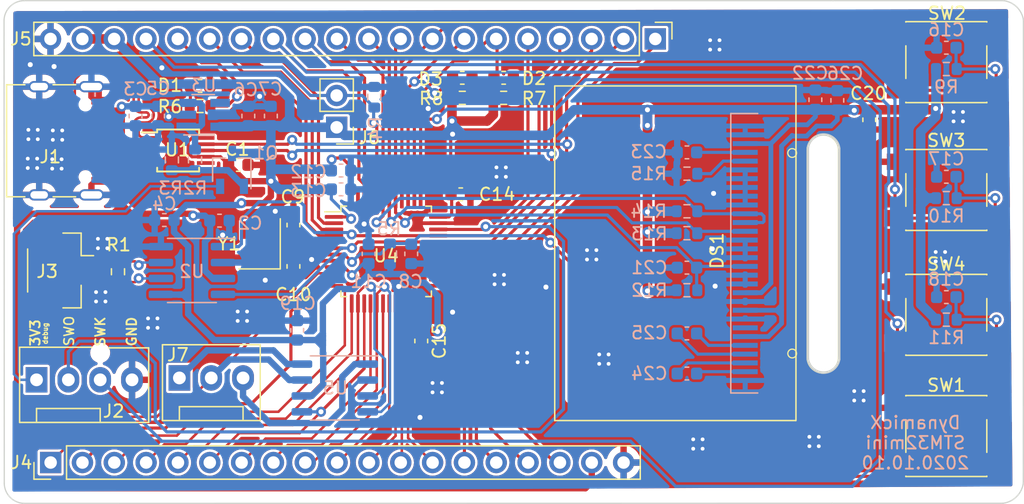
<source format=kicad_pcb>
(kicad_pcb (version 20211014) (generator pcbnew)
  (layers (0 "F.Cu" signal) (31 "B.Cu" signal) (34 "B.Paste" user) (35 "F.Paste" user) (36 "B.SilkS" user "B.Silkscreen") (37 "F.SilkS" user "F.Silkscreen") (38 "B.Mask" user) (39 "F.Mask" user) (44 "Edge.Cuts" user))
  (net 0 "")
  (net 1 "+3.3V")
  (net 2 "GND")
  (net 3 "VBUS")
  (net 4 "/STM32_MinimumSystem/NRST")
  (net 5 "/STM32_MinimumSystem/OSC_IN")
  (net 6 "/STM32_MinimumSystem/OSC_OUT")
  (net 7 "/STM32_MinimumSystem/PB4")
  (net 8 "/STM32_MinimumSystem/PB8")
  (net 9 "/STM32_MinimumSystem/PB9")
  (net 10 "Net-(D1-Pad2)")
  (net 11 "/STM32_MinimumSystem/PA15")
  (net 12 "Net-(D2-Pad2)")
  (net 13 "/STM32_MinimumSystem/PB3")
  (net 14 "Net-(D3-Pad2)")
  (net 16 "/PORT&POWER/D+")
  (net 17 "/PORT&POWER/D-")
  (net 21 "/PORT&POWER/3V3_DEBUG")
  (net 22 "/STM32_MinimumSystem/PA13")
  (net 23 "/STM32_MinimumSystem/PA14")
  (net 24 "/PORT&POWER/CAN+")
  (net 25 "/PORT&POWER/CAN-")
  (net 26 "/STM32_MinimumSystem/PA0")
  (net 27 "/STM32_MinimumSystem/PA1")
  (net 28 "/STM32_MinimumSystem/PA2")
  (net 29 "/STM32_MinimumSystem/PA3")
  (net 30 "/STM32_MinimumSystem/PA4")
  (net 31 "/STM32_MinimumSystem/PA5")
  (net 32 "/STM32_MinimumSystem/PA6")
  (net 33 "/STM32_MinimumSystem/PA7")
  (net 34 "/STM32_MinimumSystem/PB0")
  (net 35 "/STM32_MinimumSystem/PB1")
  (net 36 "/STM32_MinimumSystem/PB2")
  (net 37 "/STM32_MinimumSystem/PB10")
  (net 38 "/STM32_MinimumSystem/PB11")
  (net 39 "/STM32_MinimumSystem/PB12")
  (net 40 "/STM32_MinimumSystem/PB13")
  (net 41 "/STM32_MinimumSystem/PB14")
  (net 42 "/STM32_MinimumSystem/PB15")
  (net 43 "/STM32_MinimumSystem/PA8")
  (net 44 "/STM32_MinimumSystem/PA9")
  (net 45 "/STM32_MinimumSystem/PA10")
  (net 46 "/STM32_MinimumSystem/PA11")
  (net 47 "/STM32_MinimumSystem/PA12")
  (net 48 "/STM32_MinimumSystem/PB5")
  (net 49 "/STM32_MinimumSystem/PB6")
  (net 50 "/STM32_MinimumSystem/PB7")
  (net 51 "/STM32_MinimumSystem/PC13")
  (net 52 "/STM32_MinimumSystem/PC14")
  (net 53 "/STM32_MinimumSystem/PC15")
  (net 54 "/STM32_MinimumSystem/BOOT0")
  (net 55 "Net-(J7-Pad1)")
  (net 56 "Net-(J7-Pad3)")
  (net 57 "Net-(Q1-Pad1)")
  (net 62 "Net-(C23-Pad1)")
  (net 63 "Net-(C24-Pad1)")
  (net 64 "Net-(C24-Pad2)")
  (net 65 "Net-(C25-Pad1)")
  (net 66 "Net-(C25-Pad2)")
  (net 67 "Net-(DS1-Pad26)")
  (footprint "Connector_PinHeader_2.54mm:PinHeader_1x20_P2.54mm_Vertical" (layer "F.Cu") (at 204.575 62.95 -90)
    (fp_text reference "J5")
    (fp_text value "Conn_01x20" hide)
  )
  (footprint "Capacitor_SMD:C_0603_1608Metric" (layer "F.Cu") (at 168.25 66.7 180)
    (fp_text reference "D1")
    (fp_text value "LED")
  )
  (footprint "Connector_USB:USB_C_Receptacle_Palconn_UTC16-G" (layer "F.Cu") (at 157.65 71.075 -90)
    (fp_text reference "J1")
    (fp_text value "USB_C_Receptacle_USB2.0" hide)
  )
  (footprint "Capacitor_SMD:C_0603_1608Metric" (layer "F.Cu") (at 189.175 66.05)
    (fp_text reference "D3")
    (fp_text value "LED")
  )
  (footprint "Connector_PinHeader_2.54mm:PinHeader_1x19_P2.54mm_Vertical" (layer "F.Cu") (at 156.325 96.75 90)
    (fp_text reference "J4")
    (fp_text value "Conn_01x19" hide)
  )
  (footprint "Capacitor_SMD:C_0603_1608Metric" (layer "F.Cu") (at 175.7 77.8 90)
    (fp_text reference "C9")
    (fp_text value "18p")
  )
  (footprint "Capacitor_SMD:C_0603_1608Metric" (layer "F.Cu") (at 192.475 66.05)
    (fp_text reference "D2")
    (fp_text value "LED")
  )
  (footprint "Connector:FanPinHeader_1x03_P2.54mm_Vertical" (layer "F.Cu") (at 166.6 90)
    (fp_text reference "J7")
    (fp_text value "Conn_01x03" hide)
  )
  (footprint "Capacitor_SMD:C_0603_1608Metric" (layer "F.Cu") (at 185.9 87.05 -90)
    (fp_text reference "C15")
    (fp_text value "100n")
  )
  (footprint "Resistor_SMD:R_0603_1608Metric" (layer "F.Cu") (at 192.475 67.65)
    (fp_text reference "R7")
    (fp_text value "1k")
  )
  (footprint "Connector_JST:JST_GH_SM02B-GHS-TB_1x02-1MP_P1.25mm_Horizontal" (layer "F.Cu") (at 157.05 81.425 -90)
    (fp_text reference "J3")
    (fp_text value "Conn_01x02")
  )
  (footprint "Button_Switch_SMD:SW_Push_1P1T_NO_6x6mm_H9.5mm" (layer "F.Cu") (at 227.8 75)
    (fp_text reference "SW3")
    (fp_text value "SW_Push" hide)
  )
  (footprint "Capacitor_SMD:C_0603_1608Metric" (layer "F.Cu") (at 175.7 81.1 90)
    (fp_text reference "C10")
    (fp_text value "18p")
  )
  (footprint "Resistor_SMD:R_0603_1608Metric" (layer "F.Cu") (at 168.25 68.3 180)
    (fp_text reference "R6")
    (fp_text value "1k")
  )
  (footprint "Resistor_SMD:R_0603_1608Metric" (layer "F.Cu") (at 161.7 81.525 90)
    (fp_text reference "R1")
    (fp_text value "120")
  )
  (footprint "Package_QFP:LQFP-48_7x7mm_P0.5mm" (layer "F.Cu") (at 183.1 79.9)
    (fp_text reference "U4")
    (fp_text value "STM32F103C8Tx")
  )
  (footprint "Crystal:Crystal_SMD_3225-4Pin_3.2x2.5mm" (layer "F.Cu") (at 173 79.3 90)
    (fp_text reference "Y1")
    (fp_text value "Crystal_GND24")
  )
  (footprint "Capacitor_SMD:C_0603_1608Metric" (layer "F.Cu") (at 221.65 69.4 90)
    (fp_text reference "C20")
    (fp_text value "1u")
  )
  (footprint "Button_Switch_SMD:SW_Push_1P1T_NO_6x6mm_H9.5mm" (layer "F.Cu") (at 227.8 84.965)
    (fp_text reference "SW4")
    (fp_text value "SW_Push" hide)
  )
  (footprint "Button_Switch_SMD:SW_Push_1P1T_NO_6x6mm_H9.5mm" (layer "F.Cu") (at 227.8 64.8)
    (fp_text reference "SW2")
    (fp_text value "SW_Push" hide)
  )
  (footprint "Package_SO:MSOP-10_3x3mm_P0.5mm" (layer "F.Cu") (at 166.5 71.85)
    (fp_text reference "U1")
    (fp_text value "CH340E")
  )
  (footprint "Connector:FanPinHeader_1x04_P2.54mm_Vertical" (layer "F.Cu") (at 155.2 90.15)
    (fp_text reference "J2")
    (fp_text value "Conn_01x04" hide)
  )
  (footprint "Button_Switch_SMD:SW_Push_1P1T_NO_6x6mm_H9.5mm" (layer "F.Cu") (at 227.8 94.635)
    (fp_text reference "SW1")
    (fp_text value "SW_Push" hide)
  )
  (footprint "Capacitor_SMD:C_0603_1608Metric" (layer "F.Cu") (at 171.3 73)
    (fp_text reference "C1")
    (fp_text value "100n")
  )
  (footprint "Connector_PinHeader_2.54mm:PinHeader_1x02_P2.54mm_Vertical" (layer "F.Cu") (at 179.15 70 180)
    (fp_text reference "J6")
    (fp_text value "Conn_01x02")
  )
  (footprint "Valve:OLED-0.96" (layer "F.Cu") (at 211.6 80.2 -90)
    (fp_text reference "DS1")
    (fp_text value "OLED-128O064D")
  )
  (footprint "Capacitor_SMD:C_0603_1608Metric" (layer "F.Cu") (at 189.05 75.35)
    (fp_text reference "C14")
    (fp_text value "100n")
  )
  (footprint "Resistor_SMD:R_0603_1608Metric" (layer "F.Cu") (at 189.175 67.65)
    (fp_text reference "R8")
    (fp_text value "1k")
  )
  (footprint "Capacitor_SMD:C_0603_1608Metric" (layer "B.Cu") (at 227.8 73.95 180)
    (fp_text reference "C17")
    (fp_text value "100n")
  )
  (footprint "Package_SO:SOP-8_3.9x4.9mm_P1.27mm" (layer "B.Cu") (at 179 90.8 180)
    (fp_text reference "U5")
    (fp_text value "AD8400ARZ50" hide)
  )
  (footprint "Resistor_SMD:R_0603_1608Metric" (layer "B.Cu") (at 207.1 78.45)
    (fp_text reference "R13")
    (fp_text value "4.7k")
  )
  (footprint "Resistor_SMD:R_0603_1608Metric" (layer "B.Cu") (at 182.15 67.6 90)
    (fp_text reference "R4")
    (fp_text value "10k")
  )
  (footprint "Capacitor_SMD:C_0603_1608Metric" (layer "B.Cu") (at 227.8 63.65 180)
    (fp_text reference "C16")
    (fp_text value "100n")
  )
  (footprint "Capacitor_SMD:C_0603_1608Metric" (layer "B.Cu") (at 217.35 67.8 -90)
    (fp_text reference "C22")
    (fp_text value "1u")
  )
  (footprint "Package_TO_SOT_SMD:TSOT-23" (layer "B.Cu") (at 170.8 73.4 90)
    (fp_text reference "Q1")
    (fp_text value "Q_PMOS_GSD")
  )
  (footprint "Capacitor_SMD:C_0603_1608Metric" (layer "B.Cu") (at 207.1 89.65 180)
    (fp_text reference "C24")
    (fp_text value "1u")
  )
  (footprint "Capacitor_SMD:C_0603_1608Metric" (layer "B.Cu") (at 185.1 80.1 -90)
    (fp_text reference "C8")
    (fp_text value "100n")
  )
  (footprint "Resistor_SMD:R_0603_1608Metric" (layer "B.Cu") (at 207.1 76.7)
    (fp_text reference "R14")
    (fp_text value "4.7k")
  )
  (footprint "Resistor_SMD:R_0603_1608Metric" (layer "B.Cu") (at 227.8 75.65)
    (fp_text reference "R10")
    (fp_text value "1k")
  )
  (footprint "Capacitor_SMD:C_0603_1608Metric" (layer "B.Cu") (at 207.1 81.2)
    (fp_text reference "C21")
    (fp_text value "1u")
  )
  (footprint "Capacitor_SMD:C_0603_1608Metric" (layer "B.Cu") (at 165.4 77.4 180)
    (fp_text reference "C4")
    (fp_text value "100n")
  )
  (footprint "Resistor_SMD:R_0603_1608Metric" (layer "B.Cu") (at 207.1 83)
    (fp_text reference "R12")
    (fp_text value "10k")
  )
  (footprint "Capacitor_SMD:C_0603_1608Metric" (layer "B.Cu") (at 172.1 69.1 90)
    (fp_text reference "C6")
    (fp_text value "10u")
  )
  (footprint "Resistor_SMD:R_0603_1608Metric" (layer "B.Cu") (at 166 72.6 90)
    (fp_text reference "R3")
    (fp_text value "10k")
  )
  (footprint "Resistor_SMD:R_0603_1608Metric" (layer "B.Cu") (at 227.8 85.35)
    (fp_text reference "R11")
    (fp_text value "1k")
  )
  (footprint "Resistor_SMD:R_0603_1608Metric" (layer "B.Cu") (at 183.4 80.1 -90)
    (fp_text reference "R5")
    (fp_text value "10k")
  )
  (footprint "Capacitor_SMD:C_0603_1608Metric" (layer "B.Cu") (at 163.1 69.1 -90)
    (fp_text reference "C3")
    (fp_text value "10u")
  )
  (footprint "Capacitor_SMD:C_0603_1608Metric" (layer "B.Cu") (at 207.1 72 180)
    (fp_text reference "C23")
    (fp_text value "4.7u")
  )
  (footprint "Resistor_SMD:R_0603_1608Metric" (layer "B.Cu") (at 167.85 72.6 -90)
    (fp_text reference "R2")
    (fp_text value "1k")
  )
  (footprint "Package_SO:SOIC-8_3.9x4.9mm_P1.27mm" (layer "B.Cu") (at 167.6 81.425 180)
    (fp_text reference "U2")
    (fp_text value "TJA1051T-3")
  )
  (footprint "Package_TO_SOT_SMD:SOT-23-5_HandSoldering" (layer "B.Cu") (at 168.5 69)
    (fp_text reference "U3")
    (fp_text value "HX9193")
  )
  (footprint "Capacitor_SMD:C_0603_1608Metric" (layer "B.Cu") (at 219.1 67.85 90)
    (fp_text reference "C26")
    (fp_text value "2.2u")
  )
  (footprint "Capacitor_SMD:C_0603_1608Metric" (layer "B.Cu") (at 169.8 77.45)
    (fp_text reference "C2")
    (fp_text value "100n")
  )
  (footprint "Capacitor_SMD:C_0603_1608Metric" (layer "B.Cu") (at 227.8 83.55 180)
    (fp_text reference "C18")
    (fp_text value "100n")
  )
  (footprint "Capacitor_SMD:C_0603_1608Metric" (layer "B.Cu") (at 179.5 73.45)
    (fp_text reference "C12")
    (fp_text value "100n")
  )
  (footprint "Capacitor_SMD:C_0603_1608Metric" (layer "B.Cu") (at 173.9 69.1 90)
    (fp_text reference "C7")
    (fp_text value "100n")
  )
  (footprint "Capacitor_SMD:C_0603_1608Metric" (layer "B.Cu") (at 207.1 86.45)
    (fp_text reference "C25")
    (fp_text value "1u")
  )
  (footprint "Capacitor_SMD:C_0603_1608Metric" (layer "B.Cu") (at 176 86.2 90)
    (fp_text reference "C19")
    (fp_text value "100n")
  )
  (footprint "Capacitor_SMD:C_0603_1608Metric" (layer "B.Cu") (at 179.5 74.95)
    (fp_text reference "C13")
    (fp_text value "100n")
  )
  (footprint "Capacitor_SMD:C_0603_1608Metric" (layer "B.Cu") (at 164.9 69.1 -90)
    (fp_text reference "C5")
    (fp_text value "100n")
  )
  (footprint "Resistor_SMD:R_0603_1608Metric" (layer "B.Cu") (at 207.1 73.7)
    (fp_text reference "R15")
    (fp_text value "910k")
  )
  (footprint "Resistor_SMD:R_0603_1608Metric" (layer "B.Cu") (at 227.8 65.35)
    (fp_text reference "R9")
    (fp_text value "1k")
  )
  (footprint "Capacitor_SMD:C_0603_1608Metric" (layer "B.Cu") (at 181.7 80.1 90)
    (fp_text reference "C11")
    (fp_text value "100n")
  )
  (gr_arc (start 233.94255 98.385292) (mid 233.40797 99.467323) (end 232.325 100) (layer "Edge.Cuts") (width 0.1))
  (gr_line (start 233.94255 98.385292) (end 233.95 61.426674) (layer "Edge.Cuts") (width 0.1))
  (gr_line (start 218.7 100) (end 232.325 100) (layer "Edge.Cuts") (width 0.1))
  (gr_arc (start 152.607627 61.44255) (mid 153.1 60.35) (end 154.207627 59.89255) (layer "Edge.Cuts") (width 0.1))
  (gr_arc (start 216.75 71.65) (mid 218.022006 70.574885) (end 219.25 71.7) (layer "Edge.Cuts") (width 0.2))
  (gr_line (start 216.75 71.65) (end 216.75 88.45) (layer "Edge.Cuts") (width 0.2))
  (gr_line (start 219.25 71.7) (end 219.25 88.5) (layer "Edge.Cuts") (width 0.2))
  (gr_line (start 218.75745 59.891382) (end 154.207627 59.89255) (layer "Edge.Cuts") (width 0.1))
  (gr_line (start 152.607627 61.44255) (end 152.625782 98.408618) (layer "Edge.Cuts") (width 0.1))
  (gr_arc (start 154.175782 100.008618) (mid 153.083232 99.516245) (end 152.625782 98.408618) (layer "Edge.Cuts") (width 0.1))
  (gr_arc (start 219.25 88.5) (mid 217.977998 89.575111) (end 216.75 88.45) (layer "Edge.Cuts") (width 0.2))
  (gr_arc (start 232.35 59.891382) (mid 233.408304 60.389837) (end 233.95 61.426674) (layer "Edge.Cuts") (width 0.1))
  (gr_line (start 218.75745 59.891382) (end 232.35 59.891382) (layer "Edge.Cuts") (width 0.1))
  (gr_line (start 154.175782 100.008618) (end 218.7 100) (layer "Edge.Cuts") (width 0.1))
  (gr_text "DynamicX\nSTM32mini\n2020.10.10" (at 225.325 95.175) (layer "B.SilkS") (effects (font (size 1 1)) (justify mirror)))
  (gr_text "3V3\n" (at 155.1 86.4 90) (layer "F.SilkS") (effects (font (size 0.762 0.762))))
  (gr_text "GND\n" (at 162.8 86.3 90) (layer "F.SilkS") (effects (font (size 0.762 0.762))))
  (gr_text "SWO\n" (at 157.8 86.25 90) (layer "F.SilkS") (effects (font (size 0.762 0.762) (thickness 0.127))))
  (gr_text "debug" (at 155.9 86.45 90) (layer "F.SilkS") (effects (font (size 0.381 0.381) (thickness 0.09525))))
  (gr_text "SWK\n\n" (at 160.9 86.3 90) (layer "F.SilkS") (effects (font (size 0.762 0.762))))
  (segment (start 170.431085 68.3) (end 171.197965 67.53312) (width 0.254) (layer "F.Cu") (net 1))
  (segment (start 167.6 72.35) (end 167.3 72.05) (width 0.25) (layer "F.Cu") (net 1))
  (segment (start 167.3 72.05) (end 167.3 71.15) (width 0.25) (layer "F.Cu") (net 1))
  (segment (start 171.55 76.05) (end 173.35 76.05) (width 0.508) (layer "F.Cu") (net 1))
  (segment (start 179.743514 81.15) (end 178.9375 81.15) (width 0.254) (layer "F.Cu") (net 1))
  (segment (start 171.825 74.3) (end 173.9 74.3) (width 0.508) (layer "F.Cu") (net 1))
  (segment (start 180.35 81.756486) (end 179.743514 81.15) (width 0.254) (layer "F.Cu") (net 1))
  (segment (start 185.9 86.275) (end 187.175 86.275) (width 0.762) (layer "F.Cu") (net 1))
  (segment (start 220.5 68.6) (end 226.85 68.6) (width 0.762) (layer "F.Cu") (net 1))
  (segment (start 203.95 68.6) (end 203.95 83.05) (width 0.762) (layer "F.Cu") (net 1))
  (segment (start 170.525 73) (end 169.875 72.35) (width 0.254) (layer "F.Cu") (net 1))
  (segment (start 188.35 67.65) (end 188.35 70.35) (width 0.762) (layer "F.Cu") (net 1))
  (segment (start 226.85 68.6) (end 226.95 68.5) (width 0.762) (layer "F.Cu") (net 1))
  (segment (start 191.15 69.5) (end 191.65 69) (width 0.762) (layer "F.Cu") (net 1))
  (segment (start 178.75 72.45) (end 178.75 72.5745) (width 0.254) (layer "F.Cu") (net 1))
  (segment (start 170.525 73) (end 171.825 74.3) (width 0.508) (layer "F.Cu") (net 1))
  (segment (start 167.3 71.15) (end 167.6 70.85) (width 0.25) (layer "F.Cu") (net 1))
  (segment (start 188.325 76.925) (end 188.1 77.15) (width 0.25) (layer "F.Cu") (net 1))
  (segment (start 169.875 72.35) (end 168.3 72.35) (width 0.254) (layer "F.Cu") (net 1))
  (segment (start 178.9375 77.15) (end 180.15 77.15) (width 0.254) (layer "F.Cu") (net 1))
  (segment (start 220.45 68.65) (end 220.5 68.6) (width 0.762) (layer "F.Cu") (net 1))
  (segment (start 180.35 81.8) (end 180.35 81.756486) (width 0.254) (layer "F.Cu") (net 1))
  (segment (start 188.25 70.7) (end 188.25 75.275) (width 0.25) (layer "F.Cu") (net 1))
  (segment (start 180.15 77.15) (end 180.3 77.3) (width 0.254) (layer "F.Cu") (net 1))
  (segment (start 188.4 70.55) (end 188.25 70.7) (width 0.25) (layer "F.Cu") (net 1))
  (segment (start 188.25 75.275) (end 188.325 75.35) (width 0.25) (layer "F.Cu") (net 1))
  (segment (start 173.9 75.5) (end 173.9 74.3) (width 0.508) (layer "F.Cu") (net 1))
  (segment (start 173.35 76.05) (end 173.9 75.5) (width 0.508) (layer "F.Cu") (net 1))
  (segment (start 188.4 70.55) (end 188.35 70.5) (width 0.254) (layer "F.Cu") (net 1))
  (segment (start 188.325 75.35) (end 188.325 76.925) (width 0.25) (layer "F.Cu") (net 1))
  (segment (start 180.35 73.2) (end 179.6 72.45) (width 0.254) (layer "F.Cu") (net 1))
  (segment (start 187.175 86.275) (end 187.2 86.3) (width 0.25) (layer "F.Cu") (net 1))
  (segment (start 185.9 84.1125) (end 185.85 84.0625) (width 0.25) (layer "F.Cu") (net 1))
  (segment (start 188.1 77.15) (end 187.2625 77.15) (width 0.25) (layer "F.Cu") (net 1))
  (segment (start 180.35 75.7375) (end 180.35 73.2) (width 0.254) (layer "F.Cu") (net 1))
  (segment (start 185.9 86.275) (end 185.9 84.1125) (width 0.25) (layer "F.Cu") (net 1))
  (segment (start 169.075 68.3) (end 170.431085 68.3) (width 0.254) (layer "F.Cu") (net 1))
  (segment (start 168.7 72.35) (end 167.6 72.35) (width 0.25) (layer "F.Cu") (net 1))
  (segment (start 179.6 72.45) (end 178.75 72.45) (width 0.254) (layer "F.Cu") (net 1))
  (segment (start 188.35 69.5) (end 191.15 69.5) (width 0.762) (layer "F.Cu") (net 1))
  (segment (start 191.65 69) (end 191.65 67.65) (width 0.762) (layer "F.Cu") (net 1))
  (segment (start 188.35 70.5) (end 188.35 70.35) (width 0.254) (layer "F.Cu") (net 1))
  (segment (start 158.855 62.95) (end 161.395 62.95) (width 0.762) (layer "F.Cu") (net 1))
  (segment (start 167.6 70.85) (end 168.7 70.85) (width 0.25) (layer "F.Cu") (net 1))
  (via (at 203.95 68.6) (size 0.8) (drill 0.4) (layers "F.Cu" "B.Cu") (net 1))
  (via (at 220.45 68.65) (size 0.8) (drill 0.4) (layers "F.Cu" "B.Cu") (net 1))
  (via (at 203.95 69.85) (size 0.8) (drill 0.4) (layers "F.Cu" "B.Cu") (net 1))
  (via (at 171.197965 67.53312) (size 0.8) (drill 0.4) (layers "F.Cu" "B.Cu") (net 1))
  (via (at 226.95 68.5) (size 0.8) (drill 0.4) (layers "F.Cu" "B.Cu") (net 1))
  (via (at 180.371757 81.8) (size 0.8) (drill 0.4) (layers "F.Cu" "B.Cu") (net 1))
  (via (at 188.35 69.5) (size 0.8) (drill 0.4) (layers "F.Cu" "B.Cu") (net 1))
  (via (at 187.2 86.3) (size 0.8) (drill 0.4) (layers "F.Cu" "B.Cu") (net 1))
  (via (at 188.4 70.55) (size 0.8) (drill 0.4) (layers "F.Cu" "B.Cu") (net 1))
  (via (at 171.55 76.05) (size 0.8) (drill 0.4) (layers "F.Cu" "B.Cu") (net 1))
  (via (at 178.75 72.5745) (size 0.8) (drill 0.4) (layers "F.Cu" "B.Cu") (net 1))
  (via (at 203.95 76.75) (size 0.8) (drill 0.4) (layers "F.Cu" "B.Cu") (net 1))
  (via (at 203.95 78.35) (size 0.8) (drill 0.4) (layers "F.Cu" "B.Cu") (net 1))
  (via (at 180.3 77.3) (size 0.8) (drill 0.4) (layers "F.Cu" "B.Cu") (net 1))
  (via (at 173.9 74.3) (size 0.8) (drill 0.4) (layers "F.Cu" "B.Cu") (net 1))
  (via (at 203.95 83.05) (size 0.8) (drill 0.4) (layers "F.Cu" "B.Cu") (net 1))
  (segment (start 220.45 68.65) (end 220.4 68.6) (width 0.762) (layer "B.Cu") (net 1))
  (segment (start 226.25 75.65) (end 225.75 75.15) (width 0.762) (layer "B.Cu") (net 1))
  (segment (start 177.525 86.975) (end 177.95 87.4) (width 0.508) (layer "B.Cu") (net 1))
  (segment (start 178.725 75.725) (end 178.725 74.95) (width 0.254) (layer "B.Cu") (net 1))
  (segment (start 166.9 83.35) (end 167.3 82.95) (width 0.508) (layer "B.Cu") (net 1))
  (segment (start 167.15 76.2) (end 171.4 76.2) (width 0.508) (layer "B.Cu") (net 1))
  (segment (start 203.95 78.35) (end 204.05 78.45) (width 0.762) (layer "B.Cu") (net 1))
  (segment (start 186.15 82.4) (end 187.2 83.45) (width 0.508) (layer "B.Cu") (net 1))
  (segment (start 183.439363 81.710637) (end 183.439363 80.964363) (width 0.508) (layer "B.Cu") (net 1))
  (segment (start 184.460637 81.710637) (end 185.15 82.4) (width 0.508) (layer "B.Cu") (net 1))
  (segment (start 213.6 86.7) (end 211.75 86.7) (width 0.381) (layer "B.Cu") (net 1))
  (segment (start 178.725 72.5995) (end 178.75 72.5745) (width 0.254) (layer "B.Cu") (net 1))
  (segment (start 167.3 82.95) (end 167.3 83.35) (width 0.508) (layer "B.Cu") (net 1))
  (segment (start 226.975 68.475) (end 226.975 65.35) (width 0.762) (layer "B.Cu") (net 1))
  (segment (start 211.75 84.6) (end 214.2 84.6) (width 0.381) (layer "B.Cu") (net 1))
  (segment (start 196.056 70.644) (end 198.1 68.6) (width 0.762) (layer "B.Cu") (net 1))
  (segment (start 178.05 86.65) (end 178.05 84.05) (width 0.508) (layer "B.Cu") (net 1))
  (segment (start 171.197965 67.53312) (end 171.2 67.531085) (width 0.254) (layer "B.Cu") (net 1))
  (segment (start 173.9 69.875) (end 173.9 71.5) (width 0.762) (layer "B.Cu") (net 1))
  (segment (start 166.175 77.4) (end 166.175 78.375) (width 0.508) (layer "B.Cu") (net 1))
  (segment (start 225.75 74.9) (end 225.75 76.55) (width 0.762) (layer "B.Cu") (net 1))
  (segment (start 175.4 69.3) (end 176.05 69.95) (width 0.762) (layer "B.Cu") (net 1))
  (segment (start 174.675 69.875) (end 174.7 69.9) (width 0.762) (layer "B.Cu") (net 1))
  (segment (start 180.3 77.3) (end 178.725 75.725) (width 0.254) (layer "B.Cu") (net 1))
  (segment (start 217.45 69.9) (end 216.65 70.7) (width 0.381) (layer "B.Cu") (net 1))
  (segment (start 226.35 75.65) (end 226.3 75.65) (width 0.762) (layer "B.Cu") (net 1))
  (segment (start 215.3 69.8) (end 213.8 71.3) (width 0.381) (layer "B.Cu") (net 1))
  (segment (start 176 86.975) (end 177.525 86.975) (width 0.508) (layer "B.Cu") (net 1))
  (segment (start 173.31 72.09) (end 173.39 72.09) (width 0.762) (layer "B.Cu") (net 1))
  (segment (start 178.05 87) (end 178.05 86.65) (width 0.508) (layer "B.Cu") (net 1))
  (segment (start 177.525 86.975) (end 178.05 86.45) (width 0.508) (layer "B.Cu") (net 1))
  (segment (start 166.175 77.4) (end 166.175 77.175) (width 0.508) (layer "B.Cu") (net 1))
  (segment (start 173.39 72.09) (end 173.9 72.6) (width 0.762) (layer "B.Cu") (net 1))
  (segment (start 181.7 81.710637) (end 181.7 80.875) (width 0.508) (layer "B.Cu") (net 1))
  (segment (start 181.275 80.875) (end 181.7 80.875) (width 0.254) (layer "B.Cu") (net 1))
  (segment (start 179.794 70.644) (end 179.15 70) (width 0.762) (layer "B.Cu") (net 1))
  (segment (start 167.3 83.35) (end 166.55 83.35) (width 0.508) (layer "B.Cu") (net 1))
  (segment (start 218.6 69.9) (end 217.45 69.9) (width 0.381) (layer "B.Cu") (net 1))
  (segment (start 215.55 70.7) (end 215.5 70.65) (width 0.381) (layer "B.Cu") (net 1))
  (segment (start 219.1 69.4) (end 218.6 69.9) (width 0.381) (layer "B.Cu") (net 1))
  (segment (start 225.75 75.15) (end 225.75 74.9) (width 0.762) (layer "B.Cu") (net 1))
  (segment (start 170.05 66.55) (end 171.2 66.55) (width 0.762) (layer "B.Cu") (net 1))
  (segment (start 226.95 68.5) (end 226.975 68.475) (width 0.762) (layer "B.Cu") (net 1))
  (segment (start 220.4 68.6) (end 203.95 68.6) (width 0.762) (layer "B.Cu") (net 1))
  (segment (start 173.9 72.2) (end 173.9 72.6) (width 0.762) (layer "B.Cu") (net 1))
  (segment (start 178.05 84.05) (end 179.2 82.9) (width 0.508) (layer "B.Cu") (net 1))
  (segment (start 169.55 66.55) (end 170.05 66.55) (width 0.762) (layer "B.Cu") (net 1))
  (segment (start 178.075 90.525) (end 178.075 88.025) (width 0.508) (layer "B.Cu") (net 1))
  (segment (start 225.75 84.125) (end 226.975 85.35) (width 0.762) (layer "B.Cu") (net 1))
  (segment (start 166.55 83.35) (end 166.9 83.35) (width 0.508) (layer "B.Cu") (net 1))
  (segment (start 176.05 69.95) (end 176.05 70) (width 0.762) (layer "B.Cu") (net 1))
  (segment (start 215.5 70.65) (end 214.65 71.5) (width 0.381) (layer "B.Cu") (net 1))
  (segment (start 189.244 70.644) (end 196.056 70.644) (width 0.762) (layer "B.Cu") (net 1))
  (segment (start 177.525 86.975) (end 178.025 86.975) (width 0.508) (layer "B.Cu") (net 1))
  (segment (start 173.79 72.09) (end 173.9 72.2) (width 0.762) (layer "B.Cu") (net 1))
  (segment (start 166.175 78.375) (end 167.3 79.5) (width 0.508) (layer "B.Cu") (net 1))
  (segment (start 178.025 86.975) (end 178.05 87) (width 0.508) (layer "B.Cu") (net 1))
  (segment (start 166.175 77.175) (end 167.15 76.2) (width 0.508) (layer "B.Cu") (net 1))
  (segment (start 214.25 84.6) (end 214.6 84.95) (width 0.381) (layer "B.Cu") (net 1))
  (segment (start 171.2 67.531085) (end 171.2 66.55) (width 0.254) (layer "B.Cu") (net 1))
  (segment (start 188.4 70.55) (end 188.35 70.5) (width 0.762) (layer "B.Cu") (net 1))
  (segment (start 170.8 72.09) (end 172.71 72.09) (width 0.762) (layer "B.Cu") (net 1))
  (segment (start 167.3 79.5) (end 167.3 82.95) (width 0.508) (layer "B.Cu") (net 1))
  (segment (start 206.225 83.05) (end 206.275 83) (width 0.762) (layer "B.Cu") (net 1))
  (segment (start 167.3 84.9) (end 169.375 86.975) (width 0.508) (layer "B.Cu") (net 1))
  (segment (start 183.439363 81.710637) (end 184.460637 81.710637) (width 0.508) (layer "B.Cu") (net 1))
  (segment (start 173.31 72.09) (end 173.9 71.5) (width 0.762) (layer "B.Cu") (net 1))
  (segment (start 174.25 66.55) (end 175.4 67.7) (width 0.762) (layer "B.Cu") (net 1))
  (segment (start 214.2 84.6) (end 214.45 84.6) (width 0.381) (layer "B.Cu") (net 1))
  (segment (start 173.9 73.35) (end 173.9 74.3) (width 0.762) (layer "B.Cu") (net 1))
  (segment (start 217.35 68.575) (end 217.35 69.15) (width 0.381) (layer "B.Cu") (net 1))
  (segment (start 176.05 70) (end 179.15 70) (width 0.762) (layer "B.Cu") (net 1))
  (segment (start 188.35 70.5) (end 188.35 69.5) (width 0.762) (layer "B.Cu") (net 1))
  (segment (start 167.3 83.35) (end 167.3 83.75) (width 0.508) (layer "B.Cu") (net 1))
  (segment (start 173.9 72.6) (end 173.9 73.35) (width 0.762) (layer "B.Cu") (net 1))
  (segment (start 176.375 91.435) (end 177.165 91.435) (width 0.508) (layer "B.Cu") (net 1))
  (segment (start 226.3 75.65) (end 225.75 76.2) (width 0.762) (layer "B.Cu") (net 1))
  (segment (start 172.71 72.09) (end 173.31 72.09) (width 0.762) (layer "B.Cu") (net 1))
  (segment (start 177.95 87.4) (end 178.05 87.4) (width 0.508) (layer "B.Cu") (net 1))
  (segment (start 178.05 88.05) (end 178.05 86.65) (width 0.508) (layer "B.Cu") (net 1))
  (segment (start 187.2 83.45) (end 187.2 86.3) (width 0.508) (layer "B.Cu") (net 1))
  (segment (start 181.7 81.710637) (end 183.439363 81.710637) (width 0.508) (layer "B.Cu") (net 1))
  (segment (start 172.71 72.09) (end 173.79 72.09) (width 0.762) (layer "B.Cu") (net 1))
  (segment (start 164.995 66.55) (end 169.55 66.55) (width 0.762) (layer "B.Cu") (net 1))
  (segment (start 175.4 69.3) (end 174.7 70) (width 0.762) (layer "B.Cu") (net 1))
  (segment (start 187.744 70.644) (end 189.244 70.644) (width 0.762) (layer "B.Cu") (net 1))
  (segment (start 174.7 69.9) (end 174.7 70) (width 0.762) (layer "B.Cu") (net 1))
  (segment (start 165.145 83.35) (end 165.125 83.33) (width 0.508) (layer "B.Cu") (net 1))
  (segment (start 178.05 86.45) (end 178.05 86.65) (width 0.508) (layer "B.Cu") (net 1))
  (segment (start 178.725 73.45) (end 178.725 72.5995) (width 0.254) (layer "B.Cu") (net 1))
  (segment (start 178.725 74.95) (end 174.55 74.95) (width 0.762) (layer "B.Cu") (net 1))
  (segment (start 198.1 68.6) (end 203.95 68.6) (width 0.762) (layer "B.Cu") (net 1))
  (segment (start 214.65 85.65) (end 213.6 86.7) (width 0.381) (layer "B.Cu") (net 1))
  (segment (start 203.95 68.6) (end 203.95 69.85) (width 0.762) (layer "B.Cu") (net 1))
  (segment (start 214.65 84.2) (end 214.65 84.55) (width 0.381) (layer "B.Cu") (net 1))
  (segment (start 226.95 69.15) (end 225.75 70.35) (width 0.762) (layer "B.Cu") (net 1))
  (segment (start 188.4 70.55) (end 188.306 70.644) (width 0.762) (layer "B.Cu") (net 1))
  (segment (start 177.165 91.435) (end 178.075 90.525) (width 0.508) (layer "B.Cu") (net 1))
  (segment (start 219.1 68.625) (end 219.1 69.4) (width 0.381) (layer "B.Cu") (net 1))
  (segment (start 226.35 75.65) (end 226.975 75.65) (width 0.762) (layer "B.Cu") (net 1))
  (segment (start 180.510637 82.9) (end 181.7 81.710637) (width 0.508) (layer "B.Cu") (net 1))
  (segment (start 206.275 76.7) (end 204 76.7) (width 0.762) (layer "B.Cu") (net 1))
  (segment (start 188.35 69.5) (end 188.35 69.75) (width 0.762) (layer "B.Cu") (net 1))
  (segment (start 213.8 71.3) (end 213.8 82.431) (width 0.381) (layer "B.Cu") (net 1))
  (segment (start 226.35 75.65) (end 226.25 75.65) (width 0.762) (layer "B.Cu") (net 1))
  (segment (start 188.35 69.75) (end 189.244 70.644) (width 0.762) (layer "B.Cu") (net 1))
  (segment (start 216.7 69.8) (end 215.3 69.8) (width 0.381) (layer "B.Cu") (net 1))
  (segment (start 174.7 70) (end 176.05 70) (width 0.762) (layer "B.Cu") (net 1))
  (segment (start 225.75 76.55) (end 225.75 84.125) (width 0.762) (layer "B.Cu") (net 1))
  (segment (start 187.744 70.644) (end 179.794 70.644) (width 0.762) (layer "B.Cu") (net 1))
  (segment (start 178.625 73.35) (end 178.725 73.45) (width 0.762) (layer "B.Cu") (net 1))
  (segment (start 213.8 71.3) (end 211.75 71.3) (width 0.381) (layer "B.Cu") (net 1))
  (segment (start 188.306 70.644) (end 187.744 70.644) (width 0.762) (layer "B.Cu") (net 1))
  (segment (start 166.55 83.35) (end 165.145 83.35) (width 0.508) (layer "B.Cu") (net 1))
  (segment (start 178.075 88.025) (end 178.05 88.05) (width 0.508) (layer "B.Cu") (net 1))
  (segment (start 171.4 76.2) (end 171.55 76.05) (width 0.508) (layer "B.Cu") (net 1))
  (segment (start 179.2 82.9) (end 180.510637 82.9) (width 0.508) (layer "B.Cu") (net 1))
  (segment (start 214.6 84.6) (end 214.65 84.55) (width 0.381) (layer "B.Cu") (net 1))
  (segment (start 225.75 70.35) (end 225.75 74.9) (width 0.762) (layer "B.Cu") (net 1))
  (segment (start 180.35 81.8) (end 181.275 80.875) (width 0.254) (layer "B.Cu") (net 1))
  (segment (start 175.4 67.7) (end 175.4 69.3) (width 0.762) (layer "B.Cu") (net 1))
  (segment (start 213.031 83.2) (end 211.75 83.2) (width 0.381) (layer "B.Cu") (net 1))
  (segment (start 173.9 69.875) (end 174.675 69.875) (width 0.762) (layer "B.Cu") (net 1))
  (segment (start 174.55 74.95) (end 173.9 74.3) (width 0.762) (layer "B.Cu") (net 1))
  (segment (start 217.35 69.15) (end 216.7 69.8) (width 0.381) (layer "B.Cu") (net 1))
  (segment (start 178.05 87.4) (end 178.05 87) (width 0.508) (layer "B.Cu") (net 1))
  (segment (start 188.35 70.038) (end 187.744 70.644) (width 0.762) (layer "B.Cu") (net 1))
  (segment (start 214.65 85.05) (end 214.65 85.65) (width 0.381) (layer "B.Cu") (net 1))
  (segment (start 188.35 69.5) (end 188.35 70.038) (width 0.762) (layer "B.Cu") (net 1))
  (segment (start 204.05 78.45) (end 206.275 78.45) (width 0.762) (layer "B.Cu") (net 1))
  (segment (start 166.9 83.35) (end 167.3 83.75) (width 0.508) (layer "B.Cu") (net 1))
  (segment (start 214.65 71.5) (end 214.65 84.2) (width 0.381) (layer "B.Cu") (net 1))
  (segment (start 173.9 73.35) (end 178.625 73.35) (width 0.762) (layer "B.Cu") (net 1))
  (segment (start 226.95 68.5) (end 226.95 69.15) (width 0.762) (layer "B.Cu") (net 1))
  (segment (start 171.2 66.55) (end 174.25 66.55) (width 0.762) (layer "B.Cu") (net 1))
  (segment (start 213.8 82.431) (end 213.031 83.2) (width 0.381) (layer "B.Cu") (net 1))
  (segment (start 167.3 83.75) (end 167.3 84.9) (width 0.508) (layer "B.Cu") (net 1))
  (segment (start 173.9 71.5) (end 173.9 72.2) (width 0.762) (layer "B.Cu") (net 1))
  (segment (start 214.25 84.6) (end 214.65 84.2) (width 0.381) (layer "B.Cu") (net 1))
  (segment (start 172.025 69.95) (end 172.1 69.875) (width 0.508) (layer "B.Cu") (net 1))
  (segment (start 225.75 76.2) (end 225.75 76.55) (width 0.762) (layer "B.Cu") (net 1))
  (segment (start 203.95 83.05) (end 206.225 83.05) (width 0.762) (layer "B.Cu") (net 1))
  (segment (start 169.85 69.95) (end 172.025 69.95) (width 0.762) (layer "B.Cu") (net 1))
  (segment (start 161.395 62.95) (end 164.995 66.55) (width 0.762) (layer "B.Cu") (net 1))
  (segment (start 214.2 84.6) (end 214.25 84.6) (width 0.381) (layer "B.Cu") (net 1))
  (segment (start 185.15 82.4) (end 186.15 82.4) (width 0.508) (layer "B.Cu") (net 1))
  (segment (start 214.2 84.6) (end 214.6 84.6) (width 0.381) (layer "B.Cu") (net 1))
  (segment (start 216.65 70.7) (end 215.55 70.7) (width 0.381) (layer "B.Cu") (net 1))
  (segment (start 204 76.7) (end 203.95 76.75) (width 0.762) (layer "B.Cu") (net 1))
  (segment (start 169.375 86.975) (end 176 86.975) (width 0.508) (layer "B.Cu") (net 1))
  (segment (start 226.975 75.65) (end 226.55 75.65) (width 0.762) (layer "B.Cu") (net 1))
  (segment (start 226.975 75.65) (end 226 75.65) (width 0.762) (layer "B.Cu") (net 1))
  (segment (start 172.1 69.875) (end 173.9 69.875) (width 0.762) (layer "B.Cu") (net 1))
  (segment (start 214.65 84.55) (end 214.65 85.05) (width 0.381) (layer "B.Cu") (net 1))
  (segment (start 185.35 83.259315) (end 184.790685 82.7) (width 0.25) (layer "F.Cu") (net 2))
  (segment (start 185.35 84.0625) (end 185.35 83.259315) (width 0.25) (layer "F.Cu") (net 2))
  (segment (start 181.341859 77.316554) (end 180.85 76.824695) (width 0.25) (layer "F.Cu") (net 2))
  (segment (start 178.9375 80.65) (end 177.25 80.65) (width 0.25) (layer "F.Cu") (net 2))
  (segment (start 180.85 76.824695) (end 180.85 75.7375) (width 0.25) (layer "F.Cu") (net 2))
  (segment (start 184.790685 82.7) (end 184.1 82.7) (width 0.25) (layer "F.Cu") (net 2))
  (segment (start 181.341859 77.714379) (end 181.341859 77.316554) (width 0.25) (layer "F.Cu") (net 2))
  (segment (start 177.25 80.65) (end 177.15 80.55) (width 0.25) (layer "F.Cu") (net 2))
  (via (at 186.8 90.4) (size 0.6096) (drill 0.3048) (layers "F.Cu" "B.Cu") (net 2))
  (via (at 165.2 65.25) (size 0.8) (drill 0.4) (layers "F.Cu" "B.Cu") (net 2))
  (via (at 157.2 72.55) (size 0.6096) (drill 0.3048) (layers "F.Cu" "B.Cu") (net 2))
  (via (at 195.85 82.75) (size 0.8) (drill 0.4) (layers "F.Cu" "B.Cu") (net 2))
  (via (at 192.5 81.775) (size 0.6096) (drill 0.3048) (layers "F.Cu" "B.Cu") (net 2))
  (via (at 200.85 88.875) (size 0.6096) (drill 0.3048) (layers "F.Cu" "B.Cu") (net 2))
  (via (at 164.1 86) (size 0.6096) (drill 0.3048) (layers "F.Cu" "B.Cu") (net 2))
  (via (at 186.45 68.5) (size 0.8) (drill 0.4) (layers "F.Cu" "B.Cu") (net 2))
  (via (at 199.125 80.55) (size 0.6096) (drill 0.3048) (layers "F.Cu" "B.Cu") (net 2))
  (via (at 226.95 79.95) (size 0.6096) (drill 0.3048) (layers "F.Cu" "B.Cu") (net 2))
  (via (at 229.125 68.775) (size 0.6096) (drill 0.3048) (layers "F.Cu" "B.Cu") (net 2))
  (via (at 221.2 91.8) (size 0.6096) (drill 0.3048) (layers "F.Cu" "B.Cu") (net 2))
  (via (at 187.55 90.4) (size 0.6096) (drill 0.3048) (layers "F.Cu" "B.Cu") (net 2))
  (via (at 191.9 73.2) (size 0.6096) (drill 0.3048) (layers "F.Cu" "B.Cu") (net 2))
  (via (at 207.6 94.9) (size 0.6096) (drill 0.3048) (layers "F.Cu" "B.Cu") (net 2))
  (via (at 173.45 82.2) (size 0.8) (drill 0.4) (layers "F.Cu" "B.Cu") (net 2))
  (via (at 155.25 72.5) (size 0.6096) (drill 0.3048) (layers "F.Cu" "B.Cu") (net 2))
  (via (at 184.1 82.7) (size 0.8) (drill 0.4) (layers "F.Cu" "B.Cu") (net 2))
  (via (at 154.5 72.5) (size 0.6096) (drill 0.3048) (layers "F.Cu" "B.Cu") (net 2))
  (via (at 156.45 72.55) (size 0.6096) (drill 0.3048) (layers "F.Cu" "B.Cu") (net 2))
  (via (at 208.95 63.8) (size 0.6096) (drill 0.3048) (layers "F.Cu" "B.Cu") (net 2))
  (via (at 209.7 63.8) (size 0.6096) (drill 0.3048) (layers "F.Cu" "B.Cu") (net 2))
  (via (at 227.7 79.95) (size 0.6096) (drill 0.3048) (layers "F.Cu" "B.Cu") (net 2))
  (via (at 209.7 63.05) (size 0.6096) (drill 0.3048) (layers "F.Cu" "B.Cu") (net 2))
  (via (at 155.3 70.2) (size 0.6096) (drill 0.3048) (layers "F.Cu" "B.Cu") (net 2))
  (via (at 216.871954 94.696747) (size 0.6096) (drill 0.3048) (layers "F.Cu" "B.Cu") (net 2))
  (via (at 191.75 81.775) (size 0.6096) (drill 0.3048) (layers "F.Cu" "B.Cu") (net 2))
  (via (at 164.85 85.25) (size 0.6096) (drill 0.3048) (layers "F.Cu" "B.Cu") (net 2))
  (via (at 155.3 70.95) (size 0.6096) (drill 0.3048) (layers "F.Cu" "B.Cu") (net 2))
  (via (at 154.5 73.25) (size 0.6096) (drill 0.3048) (layers "F.Cu" "B.Cu") (net 2))
  (via (at 229.125 69.525) (size 0.6096) (drill 0.3048) (layers "F.Cu" "B.Cu") (net 2))
  (via (at 228.375 68.775) (size 0.6096) (drill 0.3048) (layers "F.Cu" "B.Cu") (net 2))
  (via (at 227.7 80.7) (size 0.6096) (drill 0.3048) (layers "F.Cu" "B.Cu") (net 2))
  (via (at 172 84.7) (size 0.6096) (drill 0.3048) (layers "F.Cu" "B.Cu") (net 2))
  (via (at 171.25 85.45) (size 0.6096) (drill 0.3048) (layers "F.Cu" "B.Cu") (net 2))
  (via (at 220.45 91.8) (size 0.6096) (drill 0.3048) (layers "F.Cu" "B.Cu") (net 2))
  (via (at 199.875 79.8) (size 0.6096) (drill 0.3048) (layers "F.Cu" "B.Cu") (net 2))
  (via (at 194.35 88) (size 0.6096) (drill 0.3048) (layers "F.Cu" "B.Cu") (net 2))
  (via (at 160.7 83.9) (size 0.6096) (drill 0.3048) (layers "F.Cu" "B.Cu") (net 2))
  (via (at 160.1 79.65) (size 0.6096) (drill 0.3048) (layers "F.Cu" "B.Cu") (net 2))
  (via (at 159.95 83.9) (size 0.6096) (drill 0.3048) (layers "F.Cu" "B.Cu") (net 2))
  (via (at 187.55 91.15) (size 0.6096) (drill 0.3048) (layers "F.Cu" "B.Cu") (net 2))
  (via (at 181.341859 77.714379) (size 0.8) (drill 0.4) (layers "F.Cu" "B.Cu") (net 2))
  (via (at 157.25 70.25) (size 0.6096) (drill 0.3048) (layers "F.Cu" "B.Cu") (net 2))
  (via (at 208.35 94.9) (size 0.6096) (drill 0.3048) (layers "F.Cu" "B.Cu") (net 2))
  (via (at 200.1 88.125) (size 0.6096) (drill 0.3048) (layers "F.Cu" "B.Cu") (net 2))
  (via (at 156.45 73.3) (size 0.6096) (drill 0.3048) (layers "F.Cu" "B.Cu") (net 2))
  (via (at 156.6 65.15) (size 0.8) (drill 0.4) (layers "F.Cu" "B.Cu") (net 2))
  (via (at 164.1 85.25) (size 0.6096) (drill 0.3048) (layers "F.Cu" "B.Cu") (net 2))
  (via (at 160.85 78.9) (size 0.6096) (drill 0.3048) (layers "F.Cu" "B.Cu") (net 2))
  (via (at 221.2 91.05) (size 0.6096) (drill 0.3048) (layers "F.Cu" "B.Cu") (net 2))
  (via (at 156.5 70.25) (size 0.6096) (drill 0.3048) (layers "F.Cu" "B.Cu") (net 2))
  (via (at 160.85 79.65) (size 0.6096) (drill 0.3048) (layers "F.Cu" "B.Cu") (net 2))
  (via (at 154.55 70.2) (size 0.6096) (drill 0.3048) (layers "F.Cu" "B.Cu") (net 2))
  (via (at 191.9 73.95) (size 0.6096) (drill 0.3048) (layers "F.Cu" "B.Cu") (net 2))
  (via (at 228.375 69.525) (size 0.6096) (drill 0.3048) (layers "F.Cu" "B.Cu") (net 2))
  (via (at 199.875 80.55) (size 0.6096) (drill 0.3048) (layers "F.Cu" "B.Cu") (net 2))
  (via (at 193.6 88.75) (size 0.6096) (drill 0.3048) (layers "F.Cu" "B.Cu") (net 2))
  (via (at 209.225 75.275) (size 0.8) (drill 0.4) (layers "F.Cu" "B.Cu") (net 2))
  (via (at 191.75 82.525) (size 0.6096) (drill 0.3048) (layers "F.Cu" "B.Cu") (net 2))
  (via (at 208.95 63.05) (size 0.6096) (drill 0.3048) (layers "F.Cu" "B.Cu") (net 2))
  (via (at 170.05 78.6) (size 0.8) (drill 0.4) (layers "F.Cu" "B.Cu") (net 2))
  (via (at 200.85 88.125) (size 0.6096) (drill 0.3048) (layers "F.Cu" "B.Cu") (net 2))
  (via (at 186.8 91.15) (size 0.6096) (drill 0.3048) (layers "F.Cu" "B.Cu") (net 2))
  (via (at 159.95 83.15) (size 0.6096) (drill 0.3048) (layers "F.Cu" "B.Cu") (net 2))
  (via (at 217.621954 94.696747) (size 0.6096) (drill 0.3048) (layers "F.Cu" "B.Cu") (net 2))
  (via (at 174.25 76.7) (size 0.8) (drill 0.4) (layers "F.Cu" "B.Cu") (net 2))
  (via (at 192.65 73.95) (size 0.6096) (drill 0.3048) (layers "F.Cu" "B.Cu") (net 2))
  (via (at 192.65 73.2) (size 0.6096) (drill 0.3048) (layers "F.Cu" "B.Cu") (net 2))
  (via (at 154.7 65) (size 0.8) (drill 0.4) (layers "F.Cu" "B.Cu") (net 2))
  (via (at 188.4 84.75) (size 0.8) (drill 0.4) (layers "F.Cu" "B.Cu") (net 2))
  (via (at 209.35 82.675) (size 0.8) (drill 0.4) (layers "F.Cu" "B.Cu") (net 2))
  (via (at 200.1 88.875) (size 0.6096) (drill 0.3048) (layers "F.Cu" "B.Cu") (net 2))
  (via (at 216.871954 95.446747) (size 0.6096) (drill 0.3048) (layers "F.Cu" "B.Cu") (net 2))
  (via (at 208.35 95.65) (size 0.6096) (drill 0.3048) (layers "F.Cu" "B.Cu") (net 2))
  (via (at 220.45 91.05) (size 0.6096) (drill 0.3048) (layers "F.Cu" "B.Cu") (net 2))
  (via (at 154.55 70.95) (size 0.6096) (drill 0.3048) (layers "F.Cu" "B.Cu") (net 2))
  (via (at 185.8 93.15) (size 0.8) (drill 0.4) (layers "F.Cu" "B.Cu") (net 2))
  (via (at 157.25 71) (size 0.6096) (drill 0.3048) (layers "F.Cu" "B.Cu") (net 2))
  (via (at 177.15 80.55) (size 0.8) (drill 0.4) (layers "F.Cu" "B.Cu") (net 2))
  (via (at 160.7 83.15) (size 0.6096) (drill 0.3048) (layers "F.Cu" "B.Cu") (net 2))
  (via (at 157.2 73.3) (size 0.6096) (drill 0.3048) (layers "F.Cu" "B.Cu") (net 2))
  (via (at 171.25 84.7) (size 0.6096) (drill 0.3048) (layers "F.Cu" "B.Cu") (net 2))
  (via (at 226.95 80.7) (size 0.6096) (drill 0.3048) (layers "F.Cu" "B.Cu") (net 2))
  (via (at 173 67.5305) (size 0.8) (drill 0.4) (layers "F.Cu" "B.Cu") (net 2))
  (via (at 209.125 79.7) (size 0.8) (drill 0.4) (layers "F.Cu" "B.Cu") (net 2))
  (via (at 165.75 69.15) (size 0.8) (drill 0.4) (layers "F.Cu" "B.Cu") (net 2))
  (via (at 217.621954 95.446747) (size 0.6096) (drill 0.3048) (layers "F.Cu" "B.Cu") (net 2))
  (via (at 192.5 82.525) (size 0.6096) (drill 0.3048) (layers "F.Cu" "B.Cu") (net 2))
  (via (at 172 85.45) (size 0.6096) (drill 0.3048) (layers "F.Cu" "B.Cu") (net 2))
  (via (at 207.6 95.65) (size 0.6096) (drill 0.3048) (layers "F.Cu" "B.Cu") (net 2))
  (via (at 164.85 86) (size 0.6096) (drill 0.3048) (layers "F.Cu" "B.Cu") (net 2))
  (via (at 199.125 79.8) (size 0.6096) (drill 0.3048) (layers "F.Cu" "B.Cu") (net 2))
  (via (at 155.25 73.25) (size 0.6096) (drill 0.3048) (layers "F.Cu" "B.Cu") (net 2))
  (via (at 156.5 71) (size 0.6096) (drill 0.3048) (layers "F.Cu" "B.Cu") (net 2))
  (via (at 194.35 88.75) (size 0.6096) (drill 0.3048) (layers "F.Cu" "B.Cu") (net 2))
  (via (at 193.6 88) (size 0.6096) (drill 0.3048) (layers "F.Cu" "B.Cu") (net 2))
  (via (at 160.1 78.9) (size 0.6096) (drill 0.3048) (layers "F.Cu" "B.Cu") (net 2))
  (segment (start 180.3 90.85) (end 180.3 93.05) (width 0.25) (layer "B.Cu") (net 2))
  (segment (start 172.1 68.325) (end 172.2055 68.325) (width 0.25) (layer "B.Cu") (net 2))
  (segment (start 180.985 90.165) (end 180.3 90.85) (width 0.25) (layer "B.Cu") (net 2))
  (segment (start 173.7945 68.325) (end 173 67.5305) (width 0.25) (layer "B.Cu") (net 2))
  (segment (start 180.3 93.05) (end 181.05 93.8) (width 0.25) (layer "B.Cu") (net 2))
  (segment (start 172.2055 68.325) (end 173 67.5305) (width 0.25) (layer "B.Cu") (net 2))
  (segment (start 181.05 93.8) (end 185.15 93.8) (width 0.25) (layer "B.Cu") (net 2))
  (segment (start 181.341859 77.714379) (end 181.7 78.07252) (width 0.25) (layer "B.Cu") (net 2))
  (segment (start 181.625 90.165) (end 180.985 90.165) (width 0.25) (layer "B.Cu") (net 2))
  (segment (start 181.7 78.07252) (end 181.7 79.325) (width 0.25) (layer "B.Cu") (net 2))
  (segment (start 185.15 93.8) (end 185.8 93.15) (width 0.25) (layer "B.Cu") (net 2))
  (segment (start 173.9 68.325) (end 173.7945 68.325) (width 0.25) (layer "B.Cu") (net 2))
  (segment (start 162 76.15) (end 162 76.2) (width 0.508) (layer "F.Cu") (net 3))
  (segment (start 199 98.8) (end 154.3 98.8) (width 0.508) (layer "F.Cu") (net 3))
  (segment (start 162 76.2) (end 161.3 76.9) (width 0.508) (layer "F.Cu") (net 3))
  (segment (start 161.3 76.9) (end 161.8 76.9) (width 0.508) (layer "F.Cu") (net 3))
  (segment (start 162 73.6) (end 162 73.85) (width 0.508) (layer "F.Cu") (net 3))
  (segment (start 162 73.85) (end 162 76.15) (width 0.508) (layer "F.Cu") (net 3))
  (segment (start 199.505 98.295) (end 199 98.8) (width 0.508) (layer "F.Cu") (net 3))
  (segment (start 162 68.35) (end 162 73.15) (width 0.508) (layer "F.Cu") (net 3))
  (segment (start 167.5465 76.9) (end 167.7 77.0535) (width 0.508) (layer "F.Cu") (net 3))
  (segment (start 153.65 98.15) (end 153.65 77.95) (width 0.508) (layer "F.Cu") (net 3))
  (segment (start 162 76.15) (end 162.75 76.9) (width 0.508) (layer "F.Cu") (net 3))
  (segment (start 161.671 73.521) (end 162 73.85) (width 0.508) (layer "F.Cu") (net 3))
  (segment (start 153.65 77.95) (end 154.7 76.9) (width 0.508) (layer "F.Cu") (net 3))
  (segment (start 154.3 98.8) (end 153.65 98.15) (width 0.508) (layer "F.Cu") (net 3))
  (segment (start 162 76.7) (end 161.8 76.9) (width 0.508) (layer "F.Cu") (net 3))
  (segment (start 154.7 76.9) (end 161.3 76.9) (width 0.508) (layer "F.Cu") (net 3))
  (segment (start 162.75 76.9) (end 167.5465 76.9) (width 0.508) (layer "F.Cu") (net 3))
  (segment (start 161.921 73.521) (end 161.579 73.521) (width 0.508) (layer "F.Cu") (net 3))
  (segment (start 162 73.15) (end 162 73.6) (width 0.508) (layer "F.Cu") (net 3))
  (segment (start 161.8 76.9) (end 162.75 76.9) (width 0.508) (layer "F.Cu") (net 3))
  (segment (start 161.975 68.375) (end 162 68.35) (width 0.508) (layer "F.Cu") (net 3))
  (segment (start 162 73.6) (end 161.921 73.521) (width 0.508) (layer "F.Cu") (net 3))
  (segment (start 161.579 73.521) (end 161.671 73.521) (width 0.508) (layer "F.Cu") (net 3))
  (segment (start 199.505 96.75) (end 199.505 98.295) (width 0.508) (layer "F.Cu") (net 3))
  (segment (start 162 76.15) (end 162 76.7) (width 0.508) (layer "F.Cu") (net 3))
  (segment (start 161.675 68.675) (end 160.16 68.675) (width 0.508) (layer "F.Cu") (net 3))
  (segment (start 161.579 73.521) (end 161.95 73.15) (width 0.508) (layer "F.Cu") (net 3))
  (segment (start 161.95 73.15) (end 162 73.15) (width 0.508) (layer "F.Cu") (net 3))
  (segment (start 161.579 73.521) (end 160.6 73.521) (width 0.508) (layer "F.Cu") (net 3))
  (segment (start 162 68.35) (end 161.675 68.675) (width 0.508) (layer "F.Cu") (net 3))
  (via (at 162 68.35) (size 0.8) (drill 0.4) (layers "F.Cu" "B.Cu") (net 3))
  (via (at 167.7 77.0535) (size 0.8) (drill 0.4) (layers "F.Cu" "B.Cu") (net 3))
  (segment (start 169.05 78.715815) (end 168.646 79.119815) (width 0.508) (layer "B.Cu") (net 3))
  (segment (start 168.213 68.05) (end 168.4 68.237) (width 0.508) (layer "B.Cu") (net 3))
  (segment (start 167.15 69.95) (end 167.75 69.95) (width 0.508) (layer "B.Cu") (net 3))
  (segment (start 165.175 68.05) (end 167.15 68.05) (width 0.508) (layer "B.Cu") (net 3))
  (segment (start 167.15 68.05) (end 168.213 68.05) (width 0.508) (layer "B.Cu") (net 3))
  (segment (start 168.646 81.446) (end 169.26 82.06) (width 0.508) (layer "B.Cu") (net 3))
  (segment (start 168.4 68.237) (end 168.4 69.763) (width 0.508) (layer "B.Cu") (net 3))
  (segment (start 169.26 82.06) (end 170.075 82.06) (width 0.508) (layer "B.Cu") (net 3))
  (segment (start 164.9 68.325) (end 163.1 68.325) (width 0.508) (layer "B.Cu") (net 3))
  (segment (start 168.213 69.95) (end 167.15 69.95) (width 0.508) (layer "B.Cu") (net 3))
  (segment (start 164.9 68.325) (end 165.175 68.05) (width 0.508) (layer "B.Cu") (net 3))
  (segment (start 162.025 68.325) (end 163.1 68.325) (width 0.508) (layer "B.Cu") (net 3))
  (segment (start 169.05 77.475) (end 169.05 78.715815) (width 0.508) (layer "B.Cu") (net 3))
  (segment (start 167.85 70.65) (end 167.15 69.95) (width 0.508) (layer "B.Cu") (net 3))
  (segment (start 167.7 77.0535) (end 168.6285 77.0535) (width 0.508) (layer "B.Cu") (net 3))
  (segment (start 167.85 71.775) (end 167.85 70.65) (width 0.508) (layer "B.Cu") (net 3))
  (segment (start 168.4 69.763) (end 168.213 69.95) (width 0.508) (layer "B.Cu") (net 3))
  (segment (start 169.025 77.45) (end 169.05 77.475) (width 0.508) (layer "B.Cu") (net 3))
  (segment (start 168.6285 77.0535) (end 169.025 77.45) (width 0.508) (layer "B.Cu") (net 3))
  (segment (start 162 68.35) (end 162.025 68.325) (width 0.508) (layer "B.Cu") (net 3))
  (segment (start 168.646 79.119815) (end 168.646 81.446) (width 0.508) (layer "B.Cu") (net 3))
  (segment (start 180.371757 80.750815) (end 179.770942 80.15) (width 0.25) (layer "F.Cu") (net 4))
  (segment (start 200.35 94.3) (end 203.19 94.3) (width 0.25) (layer "F.Cu") (net 4))
  (segment (start 196.2 79.2) (end 197.7 80.7) (width 0.25) (layer "F.Cu") (net 4))
  (segment (start 206.745 97.855) (end 222.855 97.855) (width 0.25) (layer "F.Cu") (net 4))
  (segment (start 179.770942 80.15) (end 178.9375 80.15) (width 0.25) (layer "F.Cu") (net 4))
  (segment (start 203.19 94.3) (end 206.745 97.855) (width 0.25) (layer "F.Cu") (net 4))
  (segment (start 197.7 91.65) (end 200.35 94.3) (width 0.25) (layer "F.Cu") (net 4))
  (segment (start 222.855 97.855) (end 223.825 96.885) (width 0.25) (layer "F.Cu") (net 4))
  (segment (start 231.775 96.885) (end 223.825 96.885) (width 0.25) (layer "F.Cu") (net 4))
  (segment (start 197.7 80.7) (end 197.7 91.65) (width 0.25) (layer "F.Cu") (net 4))
  (via (at 180.371757 80.750815) (size 0.8) (drill 0.4) (layers "F.Cu" "B.Cu") (net 4))
  (via (at 196.2 79.2) (size 0.8) (drill 0.4) (layers "F.Cu" "B.Cu") (net 4))
  (segment (start 183.4 79.275) (end 185.05 79.275) (width 0.25) (layer "B.Cu") (net 4))
  (segment (start 185.1 79.325) (end 185.7745 78.6505) (width 0.25) (layer "B.Cu") (net 4))
  (segment (start 185.05 79.275) (end 185.1 79.325) (width 0.25) (layer "B.Cu") (net 4))
  (segment (start 180.371757 80.750815) (end 181.022572 80.1) (width 0.25) (layer "B.Cu") (net 4))
  (segment (start 182.65 80.1) (end 183.4 79.35) (width 0.25) (layer "B.Cu") (net 4))
  (segment (start 185.7745 78.6505) (end 195.6505 78.6505) (width 0.25) (layer "B.Cu") (net 4))
  (segment (start 181.022572 80.1) (end 182.65 80.1) (width 0.25) (layer "B.Cu") (net 4))
  (segment (start 195.6505 78.6505) (end 196.2 79.2) (width 0.25) (layer "B.Cu") (net 4))
  (segment (start 175.05 79.225) (end 175.7 78.575) (width 0.25) (layer "F.Cu") (net 5))
  (segment (start 172.15 78.2) (end 172.15 78.325) (width 0.25) (layer "F.Cu") (net 5))
  (segment (start 172.15 78.325) (end 173.05 79.225) (width 0.25) (layer "F.Cu") (net 5))
  (segment (start 176.275 79.15) (end 178.9375 79.15) (width 0.25) (layer "F.Cu") (net 5))
  (segment (start 173.05 79.225) (end 175.05 79.225) (width 0.25) (layer "F.Cu") (net 5))
  (segment (start 175.7 78.575) (end 176.275 79.15) (width 0.25) (layer "F.Cu") (net 5))
  (segment (start 176.375 79.65) (end 175.7 80.325) (width 0.25) (layer "F.Cu") (net 6))
  (segment (start 173.85 80.4) (end 175.625 80.4) (width 0.25) (layer "F.Cu") (net 6))
  (segment (start 178.9375 79.65) (end 176.375 79.65) (width 0.25) (layer "F.Cu") (net 6))
  (segment (start 175.625 80.4) (end 175.7 80.325) (width 0.25) (layer "F.Cu") (net 6))
  (segment (start 184.35 65.395) (end 186.795 62.95) (width 0.25) (layer "F.Cu") (net 7))
  (segment (start 231.775 67.05) (end 223.825 67.05) (width 0.25) (layer "F.Cu") (net 7))
  (segment (start 184.35 75.7375) (end 184.35 65.395) (width 0.25) (layer "F.Cu") (net 7))
  (segment (start 223.825 64.625) (end 223.825 67.05) (width 0.25) (layer "F.Cu") (net 7))
  (segment (start 231.775 67.05) (end 231.775 65.425) (width 0.25) (layer "F.Cu") (net 7))
  (segment (start 220.45 61.25) (end 223.825 64.625) (width 0.25) (layer "F.Cu") (net 7))
  (segment (start 188.495 61.25) (end 220.45 61.25) (width 0.25) (layer "F.Cu") (net 7))
  (segment (start 186.795 62.95) (end 188.495 61.25) (width 0.25) (layer "F.Cu") (net 7))
  (segment (start 231.775 65.425) (end 231.7 65.35) (width 0.25) (layer "F.Cu") (net 7))
  (via (at 231.7 65.35) (size 0.8) (drill 0.4) (layers "F.Cu" "B.Cu") (net 7))
  (segment (start 228.575 63.65) (end 228.575 65.3) (width 0.25) (layer "B.Cu") (net 7))
  (segment (start 228.625 65.35) (end 231.7 65.35) (width 0.25) (layer "B.Cu") (net 7))
  (segment (start 228.575 65.3) (end 228.625 65.35) (width 0.25) (layer "B.Cu") (net 7))
  (segment (start 181.85 75.7375) (end 181.85 74.4) (width 0.25) (layer "F.Cu") (net 8))
  (segment (start 223.7 74.95) (end 223.7 77.125) (width 0.25) (layer "F.Cu") (net 8))
  (segment (start 231.7 77.175) (end 231.775 77.25) (width 0.25) (layer "F.Cu") (net 8))
  (segment (start 223.825 77.25) (end 231.775 77.25) (width 0.25) (layer "F.Cu") (net 8))
  (segment (start 231.7 75.65) (end 231.7 77.175) (width 0.25) (layer "F.Cu") (net 8))
  (segment (start 181.375 73.925) (end 181.375 66.075) (width 0.25) (layer "F.Cu") (net 8))
  (segment (start 181.375 66.075) (end 180.0575 64.7575) (width 0.25) (layer "F.Cu") (net 8))
  (segment (start 181.85 74.4) (end 181.375 73.925) (width 0.25) (layer "F.Cu") (net 8))
  (segment (start 178.4425 64.7575) (end 176.635 62.95) (width 0.25) (layer "F.Cu") (net 8))
  (segment (start 180.0575 64.7575) (end 178.4425 64.7575) (width 0.25) (layer "F.Cu") (net 8))
  (via (at 223.7 74.95) (size 0.8) (drill 0.4) (layers "F.Cu" "B.Cu") (net 8))
  (via (at 231.7 75.65) (size 0.8) (drill 0.4) (layers "F.Cu" "B.Cu") (net 8))
  (segment (start 176.65 62.95) (end 178.7 65) (width 0.25) (layer "B.Cu") (net 8))
  (segment (start 176.635 62.95) (end 176.65 62.95) (width 0.25) (layer "B.Cu") (net 8))
  (segment (start 223.7 67.75) (end 223.7 74.95) (width 0.25) (layer "B.Cu") (net 8))
  (segment (start 228.575 73.95) (end 228.575 75.6) (width 0.25) (layer "B.Cu") (net 8))
  (segment (start 220.95 65) (end 223.7 67.75) (width 0.25) (layer "B.Cu") (net 8))
  (segment (start 228.625 75.65) (end 231.7 75.65) (width 0.25) (layer "B.Cu") (net 8))
  (segment (start 178.7 65) (end 220.95 65) (width 0.25) (layer "B.Cu") (net 8))
  (segment (start 228.575 75.6) (end 228.625 75.65) (width 0.25) (layer "B.Cu") (net 8))
  (segment (start 179.6 65.5) (end 176.645 65.5) (width 0.25) (layer "F.Cu") (net 9))
  (segment (start 180.925 74.125) (end 180.925 66.825) (width 0.25) (layer "F.Cu") (net 9))
  (segment (start 223.9 87.14) (end 223.825 87.215) (width 0.25) (layer "F.Cu") (net 9))
  (segment (start 181.35 75.7375) (end 181.35 74.55) (width 0.25) (layer "F.Cu") (net 9))
  (segment (start 181.35 74.55) (end 180.925 74.125) (width 0.25) (layer "F.Cu") (net 9))
  (segment (start 231.8 85.35) (end 231.8 87.19) (width 0.25) (layer "F.Cu") (net 9))
  (segment (start 223.825 87.215) (end 231.775 87.215) (width 0.25) (layer "F.Cu") (net 9))
  (segment (start 223.9 85.65) (end 223.9 87.14) (width 0.25) (layer "F.Cu") (net 9))
  (segment (start 231.8 87.19) (end 231.775 87.215) (width 0.25) (layer "F.Cu") (net 9))
  (segment (start 176.645 65.5) (end 174.095 62.95) (width 0.25) (layer "F.Cu") (net 9))
  (segment (start 180.925 66.825) (end 179.6 65.5) (width 0.25) (layer "F.Cu") (net 9))
  (via (at 231.8 85.35) (size 0.8) (drill 0.4) (layers "F.Cu" "B.Cu") (net 9))
  (via (at 223.9 85.65) (size 0.8) (drill 0.4) (layers "F.Cu" "B.Cu") (net 9))
  (segment (start 222.975 84.725) (end 223.9 85.65) (width 0.25) (layer "B.Cu") (net 9))
  (segment (start 228.575 85.3) (end 228.625 85.35) (width 0.25) (layer "B.Cu") (net 9))
  (segment (start 228.625 85.35) (end 231.8 85.35) (width 0.25) (layer "B.Cu") (net 9))
  (segment (start 223.2 68.3) (end 223.2 74.424695) (width 0.25) (layer "B.Cu") (net 9))
  (segment (start 223.2 74.424695) (end 222.975 74.649695) (width 0.25) (layer "B.Cu") (net 9))
  (segment (start 222.975 74.649695) (end 222.975 84.725) (width 0.25) (layer "B.Cu") (net 9))
  (segment (start 228.575 83.55) (end 228.575 85.3) (width 0.25) (layer "B.Cu") (net 9))
  (segment (start 176.745 65.6) (end 220.5 65.6) (width 0.25) (layer "B.Cu") (net 9))
  (segment (start 220.5 65.6) (end 223.2 68.3) (width 0.25) (layer "B.Cu") (net 9))
  (segment (start 174.095 62.95) (end 176.745 65.6) (width 0.25) (layer "B.Cu") (net 9))
  (segment (start 167.475 68.25) (end 167.425 68.3) (width 0.25) (layer "F.Cu") (net 10))
  (segment (start 167.475 66.7) (end 167.475 68.25) (width 0.25) (layer "F.Cu") (net 10))
  (segment (start 191.7 66.05) (end 191.95 65.8) (width 0.25) (layer "F.Cu") (net 11))
  (segment (start 191.3 62.95) (end 191.875 62.95) (width 0.25) (layer "F.Cu") (net 11))
  (segment (start 191.95 63.025) (end 191.875 62.95) (width 0.25) (layer "F.Cu") (net 11))
  (segment (start 188.497183 64.7) (end 189.55 64.7) (width 0.25) (layer "F.Cu") (net 11))
  (segment (start 185.35 75.7375) (end 185.35 67.847183) (width 0.25) (layer "F.Cu") (net 11))
  (segment (start 189.55 64.7) (end 191.3 62.95) (width 0.25) (layer "F.Cu") (net 11))
  (segment (start 191.95 65.8) (end 191.95 63.025) (width 0.25) (layer "F.Cu") (net 11))
  (segment (start 185.35 67.847183) (end 188.497183 64.7) (width 0.25) (layer "F.Cu") (net 11))
  (segment (start 193.3 66.1) (end 193.25 66.05) (width 0.25) (layer "F.Cu") (net 12))
  (segment (start 193.3 67.65) (end 193.3 66.1) (width 0.25) (layer "F.Cu") (net 12))
  (segment (start 187.785 64.5) (end 189.335 62.95) (width 0.25) (layer "F.Cu") (net 13))
  (segment (start 184.85 66.85) (end 184.85 75.7375) (width 0.25) (layer "F.Cu") (net 13))
  (segment (start 185.35 66.35) (end 187.2 64.5) (width 0.25) (layer "F.Cu") (net 13))
  (segment (start 185.35 66.35) (end 184.85 66.85) (width 0.25) (layer "F.Cu") (net 13))
  (segment (start 186.962299 67.262299) (end 187.187701 67.262299) (width 0.25) (layer "F.Cu") (net 13))
  (segment (start 187.2 64.5) (end 187.785 64.5) (width 0.25) (layer "F.Cu") (net 13))
  (segment (start 187.187701 67.262299) (end 188.4 66.05) (width 0.25) (layer "F.Cu") (net 13))
  (via (at 185.35 66.35) (size 0.8) (drill 0.4) (layers "F.Cu" "B.Cu") (net 13))
  (via (at 186.962299 67.262299) (size 0.8) (drill 0.4) (layers "F.Cu" "B.Cu") (net 13))
  (segment (start 186.05 66.35) (end 186.962299 67.262299) (width 0.25) (layer "B.Cu") (net 13))
  (segment (start 185.35 66.35) (end 186.05 66.35) (width 0.25) (layer "B.Cu") (net 13))
  (segment (start 190 66.1) (end 189.95 66.05) (width 0.25) (layer "F.Cu") (net 14))
  (segment (start 190 67.65) (end 190 66.1) (width 0.25) (layer "F.Cu") (net 14))
  (segment (start 163.35 67.466755) (end 163.3524 68.207624) (width 0.2) (layer "F.Cu") (net 16))
  (segment (start 163.5524 68.407624) (end 163.95 68.407624) (width 0.2) (layer "F.Cu") (net 16))
  (segment (start 160.359597 65.297602) (end 160.359598 65.297602) (width 0.2) (layer "F.Cu") (net 16))
  (segment (start 160.16 70.825) (end 160.975 70.825) (width 0.2) (layer "F.Cu") (net 16))
  (segment (start 161.913289 65.297602) (end 163.35 66.734313) (width 0.2) (layer "F.Cu") (net 16))
  (segment (start 160.359598 65.297602) (end 161.913289 65.297602) (width 0.2) (layer "F.Cu") (net 16))
  (segment (start 157.85 65.9) (end 158.45 65.3) (width 0.2) (layer "F.Cu") (net 16))
  (segment (start 157.8548 69.999483) (end 157.85 69.994683) (width 0.2) (layer "F.Cu") (net 16))
  (segment (start 158.45 65.3) (end 158.75 65.297601) (width 0.2) (layer "F.Cu") (net 16))
  (segment (start 163.35 70.243072) (end 163.35 70.6) (width 0.2) (layer "F.Cu") (net 16))
  (segment (start 157.8548 70.9048) (end 157.8548 69.999483) (width 0.2) (layer "F.Cu") (net 16))
  (segment (start 157.849039 66.739591) (end 157.849039 68.299039) (width 0.2) (layer "F.Cu") (net 16))
  (segment (start 163.35 70.6) (end 163.6 70.85) (width 0.2) (layer "F.Cu") (net 16))
  (segment (start 161.3 71.15) (end 161.3 71.6) (width 0.2) (layer "F.Cu") (net 16))
  (segment (start 160.16 71.825) (end 158.775 71.825) (width 0.2) (layer "F.Cu") (net 16))
  (segment (start 160.159599 64.700003) (end 160.159598 65.097603) (width 0.2) (layer "F.Cu") (net 16))
  (segment (start 163.6 70.85) (end 164.3 70.85) (width 0.2) (layer "F.Cu") (net 16))
  (segment (start 163.3524 69.817224) (end 163.35 70.243072) (width 0.2) (layer "F.Cu") (net 16))
  (segment (start 157.849039 66.739591) (end 157.85 66.7) (width 0.2) (layer "F.Cu") (net 16))
  (segment (start 163.35 66.734313) (end 163.35 67.466755) (width 0.2) (layer "F.Cu") (net 16))
  (segment (start 160.975 70.825) (end 161.3 71.15) (width 0.2) (layer "F.Cu") (net 16))
  (segment (start 158.95 65.097601) (end 158.95 64.700002) (width 0.2) (layer "F.Cu") (net 16))
  (segment (start 157.85 69.994683) (end 157.85 68.3) (width 0.2) (layer "F.Cu") (net 16))
  (segment (start 161.075 71.825) (end 160.16 71.825) (width 0.2) (layer "F.Cu") (net 16))
  (segment (start 157.85 66.7) (end 157.85 65.9) (width 0.2) (layer "F.Cu") (net 16))
  (segment (start 161.3 71.6) (end 161.075 71.825) (width 0.2) (layer "F.Cu") (net 16))
  (segment (start 163.95 69.617224) (end 163.5524 69.617224) (width 0.2) (layer "F.Cu") (net 16))
  (segment (start 158.775 71.825) (end 157.8548 70.9048) (width 0.2) (layer "F.Cu") (net 16))
  (arc (start 158.95 64.700002) (mid 159.127142 64.272344) (end 159.5548 64.095202) (width 0.2) (layer "F.Cu") (net 16))
  (arc (start 158.75 65.297601) (mid 158.891421 65.239022) (end 158.95 65.097601) (width 0.2) (layer "F.Cu") (net 16))
  (arc (start 163.95 68.407624) (mid 164.377658 68.584766) (end 164.5548 69.012424) (width 0.2) (layer "F.Cu") (net 16))
  (arc (start 163.5524 69.617224) (mid 163.410979 69.675803) (end 163.3524 69.817224) (width 0.2) (layer "F.Cu") (net 16))
  (arc (start 163.3524 68.207624) (mid 163.410979 68.349045) (end 163.5524 68.407624) (width 0.2) (layer "F.Cu") (net 16))
  (arc (start 159.5548 64.095202) (mid 159.982458 64.272345) (end 160.159599 64.700003) (width 0.2) (layer "F.Cu") (net 16))
  (arc (start 164.5548 69.012424) (mid 164.377658 69.440082) (end 163.95 69.617224) (width 0.2) (layer "F.Cu") (net 16))
  (arc (start 160.159598 65.097603) (mid 160.218176 65.239025) (end 160.359597 65.297602) (width 0.2) (layer "F.Cu") (net 16))
  (segment (start 158.749999 65.7024) (end 158.75 65.7) (width 0.2) (layer "F.Cu") (net 17))
  (segment (start 159.175 71.325) (end 159 71.15) (width 0.2) (layer "F.Cu") (net 17))
  (segment (start 159 70.65) (end 159 70.75) (width 0.2) (layer "F.Cu") (net 17))
  (segment (start 158.75 65.7) (end 158.2548 66.1952) (width 0.2) (layer "F.Cu") (net 17))
  (segment (start 163.5524 69.212424) (end 163.95 69.212424) (width 0.2) (layer "F.Cu") (net 17))
  (segment (start 159 71.05) (end 159 71.15) (width 0.2) (layer "F.Cu") (net 17))
  (segment (start 158.6 70.9) (end 158.85 70.9) (width 0.2) (layer "F.Cu") (net 17))
  (segment (start 162.95 66.899999) (end 161.75 65.699999) (width 0.2) (layer "F.Cu") (net 17))
  (segment (start 162.9476 68.207624) (end 162.95 68.207624) (width 0.2) (layer "F.Cu") (net 17))
  (segment (start 163.35 71.35) (end 162.95 70.95) (width 0.2) (layer "F.Cu") (net 17))
  (segment (start 158.85 70.9) (end 159 71.05) (width 0.2) (layer "F.Cu") (net 17))
  (segment (start 162.95 68.207624) (end 162.95 66.899999) (width 0.2) (layer "F.Cu") (net 17))
  (segment (start 159 70.75) (end 159 71.15) (width 0.2) (layer "F.Cu") (net 17))
  (segment (start 160.359599 65.702399) (end 160.359597 65.702402) (width 0.2) (layer "F.Cu") (net 17))
  (segment (start 159.3548 65.097601) (end 159.354799 65.097602) (width 0.2) (layer "F.Cu") (net 17))
  (segment (start 159 70.55) (end 159 70.65) (width 0.2) (layer "F.Cu") (net 17))
  (segment (start 158.85 70.9) (end 159 70.9) (width 0.2) (layer "F.Cu") (net 17))
  (segment (start 161.75 65.699999) (end 160.359599 65.702399) (width 0.2) (layer "F.Cu") (net 17))
  (segment (start 158.2548 70.5548) (end 158.6 70.9) (width 0.2) (layer "F.Cu") (net 17))
  (segment (start 160.16 71.325) (end 159.175 71.325) (width 0.2) (layer "F.Cu") (net 17))
  (segment (start 158.2548 66.1952) (end 158.2548 70.5548) (width 0.2) (layer "F.Cu") (net 17))
  (segment (start 163.95 68.812424) (end 163.5524 68.812424) (width 0.2) (layer "F.Cu") (net 17))
  (segment (start 164.3 71.35) (end 163.35 71.35) (width 0.2) (layer "F.Cu") (net 17))
  (segment (start 160.16 70.325) (end 159.225 70.325) (width 0.2) (layer "F.Cu") (net 17))
  (segment (start 162.95 70.243072) (end 162.9476 69.817224) (width 0.2) (layer "F.Cu") (net 17))
  (segment (start 159.754798 65.097603) (end 159.754799 64.700003) (width 0.2) (layer "F.Cu") (net 17))
  (segment (start 159.225 70.325) (end 159 70.55) (width 0.2) (layer "F.Cu") (net 17))
  (segment (start 162.95 70.95) (end 162.95 70.243072) (width 0.2) (layer "F.Cu") (net 17))
  (segment (start 159.3548 64.700002) (end 159.3548 65.097601) (width 0.2) (layer "F.Cu") (net 17))
  (segment (start 158.85 70.9) (end 159 70.75) (width 0.2) (layer "F.Cu") (net 17))
  (arc (start 163.5524 68.812424) (mid 163.124742 68.635282) (end 162.9476 68.207624) (width 0.2) (layer "F.Cu") (net 17))
  (arc (start 163.95 69.212424) (mid 164.091421 69.153845) (end 164.15 69.012424) (width 0.2) (layer "F.Cu") (net 17))
  (arc (start 164.15 69.012424) (mid 164.091421 68.871003) (end 163.95 68.812424) (width 0.2) (layer "F.Cu") (net 17))
  (arc (start 159.754799 64.700003) (mid 159.696221 64.558581) (end 159.5548 64.500002) (width 0.2) (layer "F.Cu") (net 17))
  (arc (start 162.9476 69.817224) (mid 163.124742 69.389566) (end 163.5524 69.212424) (width 0.2) (layer "F.Cu") (net 17))
  (arc (start 160.359597 65.702402) (mid 159.931939 65.525261) (end 159.754798 65.097603) (width 0.2) (layer "F.Cu") (net 17))
  (arc (start 159.5548 64.500002) (mid 159.413379 64.558581) (end 159.3548 64.700002) (width 0.2) (layer "F.Cu") (net 17))
  (arc (start 159.354799 65.097602) (mid 159.177657 65.525259) (end 158.749999 65.7024) (width 0.2) (layer "F.Cu") (net 17))
  (segment (start 155.2 76.7) (end 153.4 78.5) (width 0.2) (layer "B.Cu") (net 21))
  (segment (start 153.85 90.15) (end 155.2 90.15) (width 0.2) (layer "B.Cu") (net 21))
  (segment (start 162.3 76.7) (end 155.2 76.7) (width 0.2) (layer "B.Cu") (net 21))
  (segment (start 164.29 74.71) (end 162.3 76.7) (width 0.2) (layer "B.Cu") (net 21))
  (segment (start 169.85 74.71) (end 164.29 74.71) (width 0.2) (layer "B.Cu") (net 21))
  (segment (start 153.4 78.5) (end 153.4 89.7) (width 0.2) (layer "B.Cu") (net 21))
  (segment (start 153.4 89.7) (end 153.85 90.15) (width 0.2) (layer "B.Cu") (net 21))
  (segment (start 191.037701 77.9255) (end 190.813201 78.15) (width 0.25) (layer "F.Cu") (net 22))
  (segment (start 190.813201 78.15) (end 187.2625 78.15) (width 0.25) (layer "F.Cu") (net 22))
  (via (at 191.037701 77.9255) (size 0.8) (drill 0.4) (layers "F.Cu" "B.Cu") (net 22))
  (segment (start 196.0755 77.9255) (end 191.037701 77.9255) (width 0.25) (layer "B.Cu") (net 22))
  (segment (start 158.588704 87.064999) (end 162.914999 87.064999) (width 0.25) (layer "B.Cu") (net 22))
  (segment (start 157.74 87.913703) (end 158.588704 87.064999) (width 0.25) (layer "B.Cu") (net 22))
  (segment (start 195.445 94.305) (end 197.25 92.5) (width 0.25) (layer "B.Cu") (net 22))
  (segment (start 197.25 79.1) (end 196.0755 77.9255) (width 0.25) (layer "B.Cu") (net 22))
  (segment (start 162.914999 87.064999) (end 164.675 88.825) (width 0.25) (layer "B.Cu") (net 22))
  (segment (start 165.595 94.305) (end 195.445 94.305) (width 0.25) (layer "B.Cu") (net 22))
  (segment (start 157.74 90.15) (end 157.74 87.913703) (width 0.25) (layer "B.Cu") (net 22))
  (segment (start 164.675 93.385) (end 165.595 94.305) (width 0.25) (layer "B.Cu") (net 22))
  (segment (start 197.25 92.5) (end 197.25 79.1) (width 0.25) (layer "B.Cu") (net 22))
  (segment (start 164.675 88.825) (end 164.675 93.385) (width 0.25) (layer "B.Cu") (net 22))
  (segment (start 185.85 69.8) (end 186.3 69.35) (width 0.25) (layer "F.Cu") (net 23))
  (segment (start 185.85 72.799) (end 185.85 69.8) (width 0.25) (layer "F.Cu") (net 23))
  (segment (start 186.3 69.35) (end 187.15 69.35) (width 0.25) (layer "F.Cu") (net 23))
  (segment (start 185.85 72.799) (end 185.85 75.7375) (width 0.25) (layer "F.Cu") (net 23))
  (via (at 187.15 69.35) (size 0.8) (drill 0.4) (layers "F.Cu" "B.Cu") (net 23))
  (segment (start 220.3 98.65) (end 206.2 98.65) (width 0.25) (layer "B.Cu") (net 23))
  (segment (start 206.2 98.65) (end 202.6 95.05) (width 0.25) (layer "B.Cu") (net 23))
  (segment (start 222.525 96.425) (end 220.3 98.65) (width 0.25) (layer "B.Cu") (net 23))
  (segment (start 202.6 95.05) (end 165.18 95.05) (width 0.25) (layer "B.Cu") (net 23))
  (segment (start 199 66.2) (end 220 66.2) (width 0.25) (layer "B.Cu") (net 23))
  (segment (start 165.18 95.03) (end 160.3 90.15) (width 0.25) (layer "B.Cu") (net 23))
  (segment (start 196.65 68.55) (end 199 66.2) (width 0.25) (layer "B.Cu") (net 23))
  (segment (start 220 66.2) (end 222.525 68.725) (width 0.25) (layer "B.Cu") (net 23))
  (segment (start 165.18 95.05) (end 165.18 95.03) (width 0.25) (layer "B.Cu") (net 23))
  (segment (start 222.525 68.725) (end 222.525 96.425) (width 0.25) (layer "B.Cu") (net 23))
  (segment (start 187.95 68.55) (end 196.65 68.55) (width 0.25) (layer "B.Cu") (net 23))
  (segment (start 160.3 90.15) (end 160.28 90.15) (width 0.25) (layer "B.Cu") (net 23))
  (segment (start 187.15 69.35) (end 187.95 68.55) (width 0.25) (layer "B.Cu") (net 23))
  (segment (start 161.7 80.7) (end 163.055588 80.7) (width 0.2) (layer "F.Cu") (net 24))
  (segment (start 161.6 80.8) (end 161.7 80.7) (width 0.2) (layer "F.Cu") (net 24))
  (segment (start 163.055588 80.7) (end 163.355588 81) (width 0.2) (layer "F.Cu") (net 24))
  (segment (start 158.9 80.8) (end 161.6 80.8) (width 0.2) (layer "F.Cu") (net 24))
  (via (at 163.355588 81) (size 0.8) (drill 0.4) (layers "F.Cu" "B.Cu") (net 24))
  (segment (start 165.125 80.79) (end 163.565588 80.79) (width 0.2) (layer "B.Cu") (net 24))
  (segment (start 163.565588 80.79) (end 163.355588 81) (width 0.2) (layer "B.Cu") (net 24))
  (segment (start 163.055588 82.35) (end 161.7 82.35) (width 0.2) (layer "F.Cu") (net 25))
  (segment (start 163.355588 82.05) (end 163.055588 82.35) (width 0.2) (layer "F.Cu") (net 25))
  (segment (start 161.4 82.05) (end 161.7 82.35) (width 0.2) (layer "F.Cu") (net 25))
  (segment (start 158.9 82.05) (end 161.4 82.05) (width 0.2) (layer "F.Cu") (net 25))
  (via (at 163.355588 82.05) (size 0.8) (drill 0.4) (layers "F.Cu" "B.Cu") (net 25))
  (segment (start 163.365588 82.06) (end 163.355588 82.05) (width 0.2) (layer "B.Cu") (net 25))
  (segment (start 165.125 82.06) (end 163.365588 82.06) (width 0.2) (layer "B.Cu") (net 25))
  (segment (start 178.9375 81.65) (end 177.65 81.65) (width 0.2) (layer "F.Cu") (net 26))
  (segment (start 156.325 96.75) (end 159.975 93.1) (width 0.2) (layer "F.Cu") (net 26))
  (segment (start 159.975 93.1) (end 164.8 93.1) (width 0.2) (layer "F.Cu") (net 26))
  (segment (start 169.3 90) (end 169.14 90) (width 0.2) (layer "F.Cu") (net 26))
  (segment (start 164.8 93.1) (end 166.290983 91.609017) (width 0.2) (layer "F.Cu") (net 26))
  (segment (start 167.530983 91.609017) (end 169.14 90) (width 0.2) (layer "F.Cu") (net 26))
  (segment (start 177.65 81.65) (end 169.3 90) (width 0.2) (layer "F.Cu") (net 26))
  (segment (start 166.290983 91.609017) (end 167.530983 91.609017) (width 0.2) (layer "F.Cu") (net 26))
  (segment (start 173.731 88.531) (end 175.365 90.165) (width 0.508) (layer "B.Cu") (net 26))
  (segment (start 169.14 90) (end 170.609 88.531) (width 0.508) (layer "B.Cu") (net 26))
  (segment (start 170.609 88.531) (end 173.731 88.531) (width 0.508) (layer "B.Cu") (net 26))
  (segment (start 175.365 90.165) (end 176.375 90.165) (width 0.508) (layer "B.Cu") (net 26))
  (segment (start 172.35 92.05) (end 167.45 92.05) (width 0.25) (layer "F.Cu") (net 27))
  (segment (start 165.5 94) (end 161.615 94) (width 0.25) (layer "F.Cu") (net 27))
  (segment (start 178.9375 82.15) (end 178.05 82.15) (width 0.25) (layer "F.Cu") (net 27))
  (segment (start 167.45 92.05) (end 165.5 94) (width 0.25) (layer "F.Cu") (net 27))
  (segment (start 175.5 84.7) (end 175.5 88.9) (width 0.25) (layer "F.Cu") (net 27))
  (segment (start 178.05 82.15) (end 175.5 84.7) (width 0.25) (layer "F.Cu") (net 27))
  (segment (start 175.5 88.9) (end 172.35 92.05) (width 0.25) (layer "F.Cu") (net 27))
  (segment (start 161.615 94) (end 158.865 96.75) (width 0.25) (layer "F.Cu") (net 27))
  (segment (start 174.5 92.7) (end 179.8 87.4) (width 0.2) (layer "F.Cu") (net 28))
  (segment (start 179.55 82.65) (end 178.9375 82.65) (width 0.2) (layer "F.Cu") (net 28))
  (segment (start 168.3 92.7) (end 174.5 92.7) (width 0.2) (layer "F.Cu") (net 28))
  (segment (start 179.8 87.4) (end 179.8 82.9) (width 0.2) (layer "F.Cu") (net 28))
  (segment (start 163.7 94.6) (end 166.4 94.6) (width 0.2) (layer "F.Cu") (net 28))
  (segment (start 161.405 96.75) (end 161.55 96.75) (width 0.2) (layer "F.Cu") (net 28))
  (segment (start 166.4 94.6) (end 168.3 92.7) (width 0.2) (layer "F.Cu") (net 28))
  (segment (start 161.55 96.75) (end 163.7 94.6) (width 0.2) (layer "F.Cu") (net 28))
  (segment (start 179.8 82.9) (end 179.55 82.65) (width 0.2) (layer "F.Cu") (net 28))
  (segment (start 169.15 93.25) (end 175.1 93.25) (width 0.2) (layer "F.Cu") (net 29))
  (segment (start 163.945 96.75) (end 165.3975 95.2975) (width 0.2) (layer "F.Cu") (net 29))
  (segment (start 180.35 88) (end 180.35 84.0625) (width 0.2) (layer "F.Cu") (net 29))
  (segment (start 167.1025 95.2975) (end 169.15 93.25) (width 0.2) (layer "F.Cu") (net 29))
  (segment (start 165.3975 95.2975) (end 167.1025 95.2975) (width 0.2) (layer "F.Cu") (net 29))
  (segment (start 175.1 93.25) (end 180.35 88) (width 0.2) (layer "F.Cu") (net 29))
  (segment (start 181.892876 82.7255) (end 181.3245 82.7255) (width 0.2) (layer "F.Cu") (net 30))
  (segment (start 170.4 93.75) (end 175.65 93.75) (width 0.2) (layer "F.Cu") (net 30))
  (segment (start 168.6825 95.4675) (end 170.4 93.75) (width 0.2) (layer "F.Cu") (net 30))
  (segment (start 180.85 88.55) (end 180.85 84.0625) (width 0.2) (layer "F.Cu") (net 30))
  (segment (start 166.485 96.75) (end 167.7675 95.4675) (width 0.2) (layer "F.Cu") (net 30))
  (segment (start 180.85 83.2) (end 180.85 84.0625) (width 0.2) (layer "F.Cu") (net 30))
  (segment (start 175.65 93.75) (end 180.85 88.55) (width 0.2) (layer "F.Cu") (net 30))
  (segment (start 167.7675 95.4675) (end 168.6825 95.4675) (width 0.2) (layer "F.Cu") (net 30))
  (segment (start 181.3245 82.7255) (end 180.85 83.2) (width 0.2) (layer "F.Cu") (net 30))
  (via (at 181.892876 82.7255) (size 0.8) (drill 0.4) (layers "F.Cu" "B.Cu") (net 30))
  (segment (start 182.17318 83.005804) (end 182.17318 87.67318) (width 0.2) (layer "B.Cu") (net 30))
  (segment (start 182.265 91.435) (end 181.625 91.435) (width 0.2) (layer "B.Cu") (net 30))
  (segment (start 181.892876 82.7255) (end 182.17318 83.005804) (width 0.2) (layer "B.Cu") (net 30))
  (segment (start 183 90.7) (end 182.265 91.435) (width 0.2) (layer "B.Cu") (net 30))
  (segment (start 182.17318 87.67318) (end 183 88.5) (width 0.2) (layer "B.Cu") (net 30))
  (segment (start 183 88.5) (end 183 90.7) (width 0.2) (layer "B.Cu") (net 30))
  (segment (start 177.9 92.7) (end 181.35 89.25) (width 0.25) (layer "F.Cu") (net 31))
  (segment (start 177.9 92.7) (end 176.2 94.4) (width 0.2) (layer "F.Cu") (net 31))
  (segment (start 171.375 94.4) (end 169.025 96.75) (width 0.2) (layer "F.Cu") (net 31))
  (segment (start 176.2 94.4) (end 171.375 94.4) (width 0.2) (layer "F.Cu") (net 31))
  (segment (start 181.35 84.0625) (end 181.35 89.25) (width 0.2) (layer "F.Cu") (net 31))
  (via (at 177.9 92.7) (size 0.8) (drill 0.4) (layers "F.Cu" "B.Cu") (net 31))
  (segment (start 177.9 92.7) (end 177.895 92.705) (width 0.25) (layer "B.Cu") (net 31))
  (segment (start 177.895 92.705) (end 176.375 92.705) (width 0.25) (layer "B.Cu") (net 31))
  (segment (start 171.565 96.75) (end 173.4775 94.8375) (width 0.2) (layer "F.Cu") (net 32))
  (segment (start 173.4775 94.8375) (end 177.1625 94.8375) (width 0.2) (layer "F.Cu") (net 32))
  (segment (start 177.1625 94.8375) (end 181.85 90.15) (width 0.2) (layer "F.Cu") (net 32))
  (segment (start 181.85 90.15) (end 181.85 84.0625) (width 0.2) (layer "F.Cu") (net 32))
  (segment (start 174.105 96.75) (end 174.105 96.495) (width 0.2) (layer "F.Cu") (net 33))
  (segment (start 182.962415 82.726538) (end 182.918132 82.726538) (width 0.2) (layer "F.Cu") (net 33))
  (segment (start 182.35 83.29467) (end 182.35 84.0625) (width 0.2) (layer "F.Cu") (net 33))
  (segment (start 175.25 95.35) (end 177.95 95.35) (width 0.2) (layer "F.Cu") (net 33))
  (segment (start 174.105 96.495) (end 175.25 95.35) (width 0.2) (layer "F.Cu") (net 33))
  (segment (start 177.95 95.35) (end 182.35 90.95) (width 0.2) (layer "F.Cu") (net 33))
  (segment (start 182.35 90.95) (end 182.35 84.0625) (width 0.2) (layer "F.Cu") (net 33))
  (segment (start 182.918132 82.726538) (end 182.35 83.29467) (width 0.2) (layer "F.Cu") (net 33))
  (via (at 182.962415 82.726538) (size 0.8) (drill 0.4) (layers "F.Cu" "B.Cu") (net 33))
  (segment (start 183.4 92) (end 182.695 92.705) (width 0.2) (layer "B.Cu") (net 33))
  (segment (start 182.695 92.705) (end 181.625 92.705) (width 0.2) (layer "B.Cu") (net 33))
  (segment (start 183.4 83.164123) (end 183.4 92) (width 0.2) (layer "B.Cu") (net 33))
  (segment (start 182.962415 82.726538) (end 183.4 83.164123) (width 0.2) (layer "B.Cu") (net 33))
  (segment (start 176.645 96.75) (end 177.25 96.75) (width 0.2) (layer "F.Cu") (net 34))
  (segment (start 179.45 95.3) (end 182.85 91.9) (width 0.2) (layer "F.Cu") (net 34))
  (segment (start 178.7 95.3) (end 179.45 95.3) (width 0.2) (layer "F.Cu") (net 34))
  (segment (start 177.25 96.75) (end 178.7 95.3) (width 0.2) (layer "F.Cu") (net 34))
  (segment (start 182.85 91.9) (end 182.85 84.0625) (width 0.2) (layer "F.Cu") (net 34))
  (segment (start 183.35 92.65) (end 183.35 84.0625) (width 0.2) (layer "F.Cu") (net 35))
  (segment (start 179.25 96.75) (end 183.35 92.65) (width 0.2) (layer "F.Cu") (net 35))
  (segment (start 179.185 96.75) (end 179.25 96.75) (width 0.2) (layer "F.Cu") (net 35))
  (segment (start 181.725 96.75) (end 183.75 94.725) (width 0.2) (layer "F.Cu") (net 36))
  (segment (start 183.85 94.625) (end 181.725 96.75) (width 0.2) (layer "F.Cu") (net 36))
  (segment (start 183.85 84.0625) (end 183.85 94.625) (width 0.2) (layer "F.Cu") (net 36))
  (segment (start 184.35 96.665) (end 184.265 96.75) (width 0.2) (layer "F.Cu") (net 37))
  (segment (start 184.35 84.0625) (end 184.35 96.665) (width 0.2) (layer "F.Cu") (net 37))
  (segment (start 184.85 84.0625) (end 184.85 94.795) (width 0.2) (layer "F.Cu") (net 38))
  (segment (start 184.85 94.795) (end 186.805 96.75) (width 0.2) (layer "F.Cu") (net 38))
  (segment (start 189.345 96.75) (end 189.345 83.745) (width 0.25) (layer "F.Cu") (net 39))
  (segment (start 188.25 82.65) (end 187.2625 82.65) (width 0.25) (layer "F.Cu") (net 39))
  (segment (start 189.345 83.745) (end 188.25 82.65) (width 0.25) (layer "F.Cu") (net 39))
  (segment (start 188.3 82.2) (end 188.436396 82.2) (width 0.25) (layer "F.Cu") (net 40))
  (segment (start 188.25 82.15) (end 188.3 82.2) (width 0.25) (layer "F.Cu") (net 40))
  (segment (start 187.2625 82.15) (end 188.25 82.15) (width 0.25) (layer "F.Cu") (net 40))
  (segment (start 190.3 95.165) (end 191.885 96.75) (width 0.25) (layer "F.Cu") (net 40))
  (segment (start 190.3 84.063604) (end 190.3 95.165) (width 0.25) (layer "F.Cu") (net 40))
  (segment (start 188.436396 82.2) (end 190.3 84.063604) (width 0.25) (layer "F.Cu") (net 40))
  (segment (start 191.436396 94.036396) (end 194.15 96.75) (width 0.25) (layer "F.Cu") (net 41))
  (segment (start 188.522792 81.65) (end 191.436396 84.563604) (width 0.25) (layer "F.Cu") (net 41))
  (segment (start 194.15 96.75) (end 194.425 96.75) (width 0.25) (layer "F.Cu") (net 41))
  (segment (start 191.436396 84.563604) (end 191.436396 94.036396) (width 0.25) (layer "F.Cu") (net 41))
  (segment (start 187.2625 81.65) (end 188.522792 81.65) (width 0.25) (layer "F.Cu") (net 41))
  (segment (start 192.4 92.6) (end 196.55 96.75) (width 0.25) (layer "F.Cu") (net 42))
  (segment (start 188.659188 81.15) (end 192.4 84.890812) (width 0.25) (layer "F.Cu") (net 42))
  (segment (start 187.2625 81.15) (end 188.659188 81.15) (width 0.25) (layer "F.Cu") (net 42))
  (segment (start 192.4 84.890812) (end 192.4 92.6) (width 0.25) (layer "F.Cu") (net 42))
  (segment (start 196.55 96.75) (end 196.965 96.75) (width 0.25) (layer "F.Cu") (net 42))
  (segment (start 198.4 67.8) (end 201.3 64.9) (width 0.25) (layer "F.Cu") (net 43))
  (segment (start 192.85 80.65) (end 198.4 75.1) (width 0.25) (layer "F.Cu") (net 43))
  (segment (start 203.1 64.9) (end 204.575 63.425) (width 0.25) (layer "F.Cu") (net 43))
  (segment (start 201.3 64.9) (end 203.1 64.9) (width 0.25) (layer "F.Cu") (net 43))
  (segment (start 187.2625 80.65) (end 192.85 80.65) (width 0.25) (layer "F.Cu") (net 43))
  (segment (start 204.575 63.425) (end 204.575 62.95) (width 0.25) (layer "F.Cu") (net 43))
  (segment (start 198.4 75.1) (end 198.4 67.8) (width 0.25) (layer "F.Cu") (net 43))
  (segment (start 192.45 80.15) (end 187.2625 80.15) (width 0.25) (layer "F.Cu") (net 44))
  (segment (start 197.5 67.485) (end 202.035 62.95) (width 0.25) (layer "F.Cu") (net 44))
  (segment (start 175.6 71) (end 175.25 71.35) (width 0.25) (layer "F.Cu") (net 44))
  (segment (start 197.5 75.1) (end 192.45 80.15) (width 0.25) (layer "F.Cu") (net 44))
  (segment (start 175.25 71.35) (end 168.3 71.35) (width 0.25) (layer "F.Cu") (net 44))
  (segment (start 197.5 71.4) (end 197.5 75.1) (width 0.25) (layer "F.Cu") (net 44))
  (segment (start 197.5 71.3) (end 197.5 67.485) (width 0.25) (layer "F.Cu") (net 44))
  (segment (start 197.55 71.35) (end 197.5 71.3) (width 0.25) (layer "F.Cu") (net 44))
  (segment (start 197.55 71.35) (end 197.5 71.4) (width 0.25) (layer "F.Cu") (net 44))
  (via (at 175.6 71) (size 0.8) (drill 0.4) (layers "F.Cu" "B.Cu") (net 44))
  (via (at 197.55 71.35) (size 0.8) (drill 0.4) (layers "F.Cu" "B.Cu") (net 44))
  (segment (start 175.6 71) (end 175.95 71.35) (width 0.25) (layer "B.Cu") (net 44))
  (segment (start 175.95 71.35) (end 197.55 71.35) (width 0.25) (layer "B.Cu") (net 44))
  (segment (start 199.495 63.905) (end 199.495 62.95) (width 0.25) (layer "F.Cu") (net 45))
  (segment (start 196.3 75.2) (end 196.3 67.1) (width 0.25) (layer "F.Cu") (net 45))
  (segment (start 175.2 71.85) (end 175.6 72.25) (width 0.25) (layer "F.Cu") (net 45))
  (segment (start 168.3 71.85) (end 175.2 71.85) (width 0.25) (layer "F.Cu") (net 45))
  (segment (start 187.2625 79.65) (end 191.85 79.65) (width 0.25) (layer "F.Cu") (net 45))
  (segment (start 196.3 67.1) (end 199.495 63.905) (width 0.25) (layer "F.Cu") (net 45))
  (segment (start 191.85 79.65) (end 196.3 75.2) (width 0.25) (layer "F.Cu") (net 45))
  (via (at 175.6 72.25) (size 0.8) (drill 0.4) (layers "F.Cu" "B.Cu") (net 45))
  (via (at 196.3 72.1) (size 0.8) (drill 0.4) (layers "F.Cu" "B.Cu") (net 45))
  (segment (start 196.05 71.85) (end 196.3 72.1) (width 0.25) (layer "B.Cu") (net 45))
  (segment (start 176 71.85) (end 196.05 71.85) (width 0.25) (layer "B.Cu") (net 45))
  (segment (start 175.6 72.25) (end 176 71.85) (width 0.25) (layer "B.Cu") (net 45))
  (segment (start 180.85 79.15) (end 187.2625 79.15) (width 0.25) (layer "F.Cu") (net 46))
  (segment (start 191.486396 79.15) (end 195.3 75.336396) (width 0.25) (layer "F.Cu") (net 46))
  (segment (start 187.2625 79.15) (end 191.486396 79.15) (width 0.25) (layer "F.Cu") (net 46))
  (segment (start 180.362299 79.637701) (end 180.85 79.15) (width 0.25) (layer "F.Cu") (net 46))
  (segment (start 196.955 64.845) (end 196.955 62.95) (width 0.25) (layer "F.Cu") (net 46))
  (segment (start 195.3 66.5) (end 196.955 64.845) (width 0.25) (layer "F.Cu") (net 46))
  (segment (start 195.3 75.336396) (end 195.3 66.5) (width 0.25) (layer "F.Cu") (net 46))
  (via (at 180.371757 79.637701) (size 0.8) (drill 0.4) (layers "F.Cu" "B.Cu") (net 46))
  (segment (start 170.075 83.33) (end 175.82 83.33) (width 0.25) (layer "B.Cu") (net 46))
  (segment (start 175.82 83.33) (end 179.512299 79.637701) (width 0.25) (layer "B.Cu") (net 46))
  (segment (start 179.512299 79.637701) (end 180.362299 79.637701) (width 0.25) (layer "B.Cu") (net 46))
  (segment (start 191.35 78.65) (end 194.415 75.585) (width 0.25) (layer "F.Cu") (net 47))
  (segment (start 180.45 78.65) (end 187.2625 78.65) (width 0.25) (layer "F.Cu") (net 47))
  (segment (start 180.35 78.55) (end 180.45 78.65) (width 0.25) (layer "F.Cu") (net 47))
  (segment (start 187.2625 78.65) (end 191.35 78.65) (width 0.25) (layer "F.Cu") (net 47))
  (segment (start 194.415 75.585) (end 194.415 62.95) (width 0.25) (layer "F.Cu") (net 47))
  (via (at 180.35 78.55) (size 0.8) (drill 0.4) (layers "F.Cu" "B.Cu") (net 47))
  (segment (start 176.25 75.95) (end 172.95 75.95) (width 0.25) (layer "B.Cu") (net 47))
  (segment (start 171.55 79.3) (end 171.33 79.52) (width 0.25) (layer "B.Cu") (net 47))
  (segment (start 171.55 77.35) (end 171.55 79.3) (width 0.25) (layer "B.Cu") (net 47))
  (segment (start 180.35 78.55) (end 180.2 78.4) (width 0.25) (layer "B.Cu") (net 47))
  (segment (start 177.4 78.4) (end 176.55 77.55) (width 0.25) (layer "B.Cu") (net 47))
  (segment (start 172.95 75.95) (end 171.55 77.35) (width 0.25) (layer "B.Cu") (net 47))
  (segment (start 180.2 78.4) (end 177.4 78.4) (width 0.25) (layer "B.Cu") (net 47))
  (segment (start 176.55 76.25) (end 176.25 75.95) (width 0.25) (layer "B.Cu") (net 47))
  (segment (start 171.33 79.52) (end 170.075 79.52) (width 0.25) (layer "B.Cu") (net 47))
  (segment (start 176.55 77.55) (end 176.55 76.25) (width 0.25) (layer "B.Cu") (net 47))
  (segment (start 183.85 75.7375) (end 183.85 63.355) (width 0.25) (layer "F.Cu") (net 48))
  (segment (start 184.6 77.55) (end 183.85 76.8) (width 0.25) (layer "F.Cu") (net 48))
  (segment (start 183.85 63.355) (end 184.255 62.95) (width 0.25) (layer "F.Cu") (net 48))
  (segment (start 183.85 76.8) (end 183.85 75.7375) (width 0.25) (layer "F.Cu") (net 48))
  (segment (start 184.6 77.6245) (end 184.6 77.55) (width 0.25) (layer "F.Cu") (net 48))
  (via (at 184.6 77.6245) (size 0.8) (drill 0.4) (layers "F.Cu" "B.Cu") (net 48))
  (segment (start 211.75 81.1) (end 207.975 81.1) (width 0.25) (layer "B.Cu") (net 48))
  (segment (start 207.875 82.95) (end 207.925 83) (width 0.25) (layer "B.Cu") (net 48))
  (segment (start 184.6 77.6245) (end 185.2245 77) (width 0.25) (layer "B.Cu") (net 48))
  (segment (start 207.875 81.2) (end 207.875 82.95) (width 0.25) (layer "B.Cu") (net 48))
  (segment (start 200.75 77) (end 203.35 79.6) (width 0.25) (layer "B.Cu") (net 48))
  (segment (start 185.2245 77) (end 200.75 77) (width 0.25) (layer "B.Cu") (net 48))
  (segment (start 203.35 79.6) (end 206.275 79.6) (width 0.25) (layer "B.Cu") (net 48))
  (segment (start 206.275 79.6) (end 207.875 81.2) (width 0.25) (layer "B.Cu") (net 48))
  (segment (start 207.975 81.1) (end 207.875 81.2) (width 0.25) (layer "B.Cu") (net 48))
  (segment (start 183.35 75.7375) (end 183.35 64.585) (width 0.25) (layer "F.Cu") (net 49))
  (segment (start 183.35 64.585) (end 181.715 62.95) (width 0.25) (layer "F.Cu") (net 49))
  (segment (start 183.35 77.401859) (end 183.35 75.7375) (width 0.25) (layer "F.Cu") (net 49))
  (segment (start 183.485545 77.537404) (end 183.35 77.401859) (width 0.25) (layer "F.Cu") (net 49))
  (via (at 183.485545 77.537404) (size 0.8) (drill 0.4) (layers "F.Cu" "B.Cu") (net 49))
  (segment (start 202.725 77.625) (end 207.1 77.625) (width 0.25) (layer "B.Cu") (net 49))
  (segment (start 208.075 78.3) (end 211.75 78.3) (width 0.25) (layer "B.Cu") (net 49))
  (segment (start 184.25 76.9) (end 184.75 76.4) (width 0.25) (layer "B.Cu") (net 49))
  (segment (start 184.122949 76.9) (end 184.25 76.9) (width 0.25) (layer "B.Cu") (net 49))
  (segment (start 207.1 77.625) (end 207.925 78.45) (width 0.25) (layer "B.Cu") (net 49))
  (segment (start 184.75 76.4) (end 201.5 76.4) (width 0.25) (layer "B.Cu") (net 49))
  (segment (start 207.925 78.45) (end 208.075 78.3) (width 0.25) (layer "B.Cu") (net 49))
  (segment (start 201.5 76.4) (end 202.725 77.625) (width 0.25) (layer "B.Cu") (net 49))
  (segment (start 183.485545 77.537404) (end 184.122949 76.9) (width 0.25) (layer "B.Cu") (net 49))
  (segment (start 182.332642 77.582642) (end 182.85 77.065284) (width 0.25) (layer "F.Cu") (net 50))
  (segment (start 182.85 75.7375) (end 182.85 65.85) (width 0.25) (layer "F.Cu") (net 50))
  (segment (start 182.85 65.85) (end 181.6375 64.6375) (width 0.25) (layer "F.Cu") (net 50))
  (segment (start 182.85 77.065284) (end 182.85 75.7375) (width 0.25) (layer "F.Cu") (net 50))
  (segment (start 181.6375 64.6375) (end 180.8625 64.6375) (width 0.25) (layer "F.Cu") (net 50))
  (segment (start 180.8625 64.6375) (end 179.175 62.95) (width 0.25) (layer "F.Cu") (net 50))
  (via (at 182.332642 77.582642) (size 0.8) (drill 0.4) (layers "F.Cu" "B.Cu") (net 50))
  (segment (start 213.15 77.6) (end 211.75 77.6) (width 0.25) (layer "B.Cu") (net 50))
  (segment (start 184.175 75.675) (end 206.9 75.675) (width 0.25) (layer "B.Cu") (net 50))
  (segment (start 207.925 76.7) (end 208.125 76.9) (width 0.25) (layer "B.Cu") (net 50))
  (segment (start 213.25 77.5) (end 213.15 77.6) (width 0.25) (layer "B.Cu") (net 50))
  (segment (start 182.332642 77.582642) (end 182.332642 77.517358) (width 0.25) (layer "B.Cu") (net 50))
  (segment (start 213.25 77.1) (end 213.25 77.5) (width 0.25) (layer "B.Cu") (net 50))
  (segment (start 213.05 76.9) (end 213.25 77.1) (width 0.25) (layer "B.Cu") (net 50))
  (segment (start 182.332642 77.517358) (end 184.175 75.675) (width 0.25) (layer "B.Cu") (net 50))
  (segment (start 206.9 75.675) (end 207.925 76.7) (width 0.25) (layer "B.Cu") (net 50))
  (segment (start 208.125 76.9) (end 211.75 76.9) (width 0.25) (layer "B.Cu") (net 50))
  (segment (start 211.75 76.9) (end 213.05 76.9) (width 0.25) (layer "B.Cu") (net 50))
  (segment (start 177.7 67.6) (end 177.7 77.215685) (width 0.25) (layer "F.Cu") (net 51))
  (segment (start 171.555 62.95) (end 173.305 64.7) (width 0.25) (layer "F.Cu") (net 51))
  (segment (start 177.7 77.215685) (end 178.134315 77.65) (width 0.25) (layer "F.Cu") (net 51))
  (segment (start 178.134315 77.65) (end 178.9375 77.65) (width 0.25) (layer "F.Cu") (net 51))
  (segment (start 173.305 64.7) (end 174.8 64.7) (width 0.25) (layer "F.Cu") (net 51))
  (segment (start 174.8 64.7) (end 177.7 67.6) (width 0.25) (layer "F.Cu") (net 51))
  (segment (start 171.665 65.6) (end 174.7 65.6) (width 0.25) (layer "F.Cu") (net 52))
  (segment (start 177.2 68.1) (end 177.2 77.4) (width 0.25) (layer "F.Cu") (net 52))
  (segment (start 169.015 62.95) (end 171.665 65.6) (width 0.25) (layer "F.Cu") (net 52))
  (segment (start 177.95 78.15) (end 178.9375 78.15) (width 0.25) (layer "F.Cu") (net 52))
  (segment (start 174.7 65.6) (end 177.2 68.1) (width 0.25) (layer "F.Cu") (net 52))
  (segment (start 177.2 77.4) (end 177.95 78.15) (width 0.25) (layer "F.Cu") (net 52))
  (segment (start 176.7 76.8) (end 176.7 77.6) (width 0.25) (layer "F.Cu") (net 53))
  (segment (start 166.475 62.95) (end 168.375 64.85) (width 0.25) (layer "F.Cu") (net 53))
  (segment (start 168.375 64.85) (end 169.65 64.85) (width 0.25) (layer "F.Cu") (net 53))
  (segment (start 177.75 78.65) (end 176.7 77.6) (width 0.25) (layer "F.Cu") (net 53))
  (segment (start 176.7 77.536396) (end 176.7 76.8) (width 0.25) (layer "F.Cu") (net 53))
  (segment (start 176.7 68.8) (end 176.7 76.8) (width 0.25) (layer "F.Cu") (net 53))
  (segment (start 174.3 66.4) (end 176.7 68.8) (width 0.25) (layer "F.Cu") (net 53))
  (segment (start 178.9375 78.65) (end 177.75 78.65) (width 0.25) (layer "F.Cu") (net 53))
  (segment (start 171.2 66.4) (end 174.3 66.4) (width 0.25) (layer "F.Cu") (net 53))
  (segment (start 169.65 64.85) (end 171.2 66.4) (width 0.25) (layer "F.Cu") (net 53))
  (segment (start 182.35 69.9005) (end 182.35 75.7375) (width 0.25) (layer "F.Cu") (net 54))
  (segment (start 182.0995 69.65) (end 182.35 69.9005) (width 0.25) (layer "F.Cu") (net 54))
  (via (at 182.0995 69.65) (size 0.8) (drill 0.4) (layers "F.Cu" "B.Cu") (net 54))
  (segment (start 177.06 67.46) (end 175.9 66.3) (width 0.25) (layer "B.Cu") (net 54))
  (segment (start 174.8 65.2) (end 175.9 66.3) (width 0.25) (layer "B.Cu") (net 54))
  (segment (start 182.0995 68.4755) (end 182.15 68.425) (width 0.25) (layer "B.Cu") (net 54))
  (segment (start 179.15 67.46) (end 177.06 67.46) (width 0.25) (layer "B.Cu") (net 54))
  (segment (start 166.185 65.2) (end 174.8 65.2) (width 0.25) (layer "B.Cu") (net 54))
  (segment (start 181.185 67.46) (end 182.15 68.425) (width 0.25) (layer "B.Cu") (net 54))
  (segment (start 163.935 62.95) (end 166.185 65.2) (width 0.25) (layer "B.Cu") (net 54))
  (segment (start 179.15 67.46) (end 181.185 67.46) (width 0.25) (layer "B.Cu") (net 54))
  (segment (start 182.0995 69.65) (end 182.0995 68.4755) (width 0.25) (layer "B.Cu") (net 54))
  (segment (start 176.375 88.895) (end 175.195 88.895) (width 0.508) (layer "B.Cu") (net 55))
  (segment (start 168.8 87.8) (end 174.1 87.8) (width 0.508) (layer "B.Cu") (net 55))
  (segment (start 166.6 90) (end 168.8 87.8) (width 0.508) (layer "B.Cu") (net 55))
  (segment (start 175.195 88.895) (end 174.1 87.8) (width 0.508) (layer "B.Cu") (net 55))
  (segment (start 171.68 90) (end 171.68 91.48) (width 0.508) (layer "B.Cu") (net 56))
  (segment (start 173.8 93.6) (end 178.5 93.6) (width 0.508) (layer "B.Cu") (net 56))
  (segment (start 179.6 89.9) (end 180.605 88.895) (width 0.508) (layer "B.Cu") (net 56))
  (segment (start 171.68 91.48) (end 173.8 93.6) (width 0.508) (layer "B.Cu") (net 56))
  (segment (start 180.605 88.895) (end 181.625 88.895) (width 0.508) (layer "B.Cu") (net 56))
  (segment (start 178.5 93.6) (end 179.6 92.5) (width 0.508) (layer "B.Cu") (net 56))
  (segment (start 179.6 92.5) (end 179.6 89.9) (width 0.508) (layer "B.Cu") (net 56))
  (segment (start 167.85 73.425) (end 166 73.425) (width 0.508) (layer "B.Cu") (net 57))
  (segment (start 167.85 73.425) (end 170.465 73.425) (width 0.508) (layer "B.Cu") (net 57))
  (segment (start 170.465 73.425) (end 171.75 74.71) (width 0.508) (layer "B.Cu") (net 57))
  (segment (start 207.875 72) (end 211.75 72) (width 0.25) (layer "B.Cu") (net 62))
  (segment (start 208.025 89.5) (end 211.75 89.5) (width 0.25) (layer "B.Cu") (net 63))
  (segment (start 207.875 89.65) (end 208.025 89.5) (width 0.25) (layer "B.Cu") (net 63))
  (segment (start 206.325 89.65) (end 207.175 88.8) (width 0.25) (layer "B.Cu") (net 64))
  (segment (start 207.175 88.8) (end 211.75 88.8) (width 0.25) (layer "B.Cu") (net 64))
  (segment (start 207.975 88.1) (end 211.75 88.1) (width 0.25) (layer "B.Cu") (net 65))
  (segment (start 206.325 86.45) (end 207.975 88.1) (width 0.25) (layer "B.Cu") (net 65))
  (segment (start 208.825 87.4) (end 211.75 87.4) (width 0.25) (layer "B.Cu") (net 66))
  (segment (start 207.875 86.45) (end 208.825 87.4) (width 0.25) (layer "B.Cu") (net 66))
  (segment (start 207.925 73.7) (end 209 73.7) (width 0.25) (layer "B.Cu") (net 67))
  (segment (start 210 72.7) (end 211.75 72.7) (width 0.25) (layer "B.Cu") (net 67))
  (segment (start 209 73.7) (end 210 72.7) (width 0.25) (layer "B.Cu") (net 67))
  (zone (net 2) (net_name "GND") (layers F&B.Cu) (connect_pads (clearance 0)) (min_thickness 0.254) (fill yes (thermal_gap 0.508) (thermal_bridge_width 0.508))
    (polygon (pts (xy 233.075 98.65) (xy 153.275 99.075) (xy 153.35 60.775) (xy 153.7 60.725) (xy 232.725 60.575)))
  )
)
</source>
